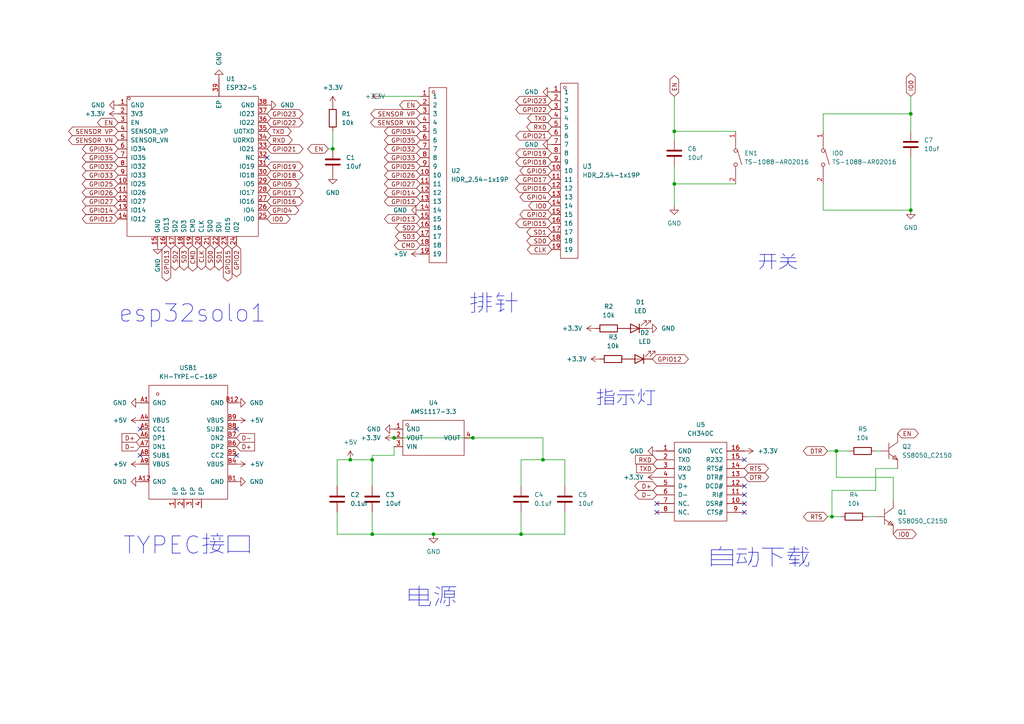
<source format=kicad_sch>
(kicad_sch (version 20211123) (generator eeschema)

  (uuid 9c1f278e-b24f-4b03-a5dc-6034003cbea2)

  (paper "A4")

  (lib_symbols
    (symbol "Device:C" (pin_numbers hide) (pin_names (offset 0.254)) (in_bom yes) (on_board yes)
      (property "Reference" "C" (id 0) (at 0.635 2.54 0)
        (effects (font (size 1.27 1.27)) (justify left))
      )
      (property "Value" "C" (id 1) (at 0.635 -2.54 0)
        (effects (font (size 1.27 1.27)) (justify left))
      )
      (property "Footprint" "" (id 2) (at 0.9652 -3.81 0)
        (effects (font (size 1.27 1.27)) hide)
      )
      (property "Datasheet" "~" (id 3) (at 0 0 0)
        (effects (font (size 1.27 1.27)) hide)
      )
      (property "ki_keywords" "cap capacitor" (id 4) (at 0 0 0)
        (effects (font (size 1.27 1.27)) hide)
      )
      (property "ki_description" "Unpolarized capacitor" (id 5) (at 0 0 0)
        (effects (font (size 1.27 1.27)) hide)
      )
      (property "ki_fp_filters" "C_*" (id 6) (at 0 0 0)
        (effects (font (size 1.27 1.27)) hide)
      )
      (symbol "C_0_1"
        (polyline
          (pts
            (xy -2.032 -0.762)
            (xy 2.032 -0.762)
          )
          (stroke (width 0.508) (type default) (color 0 0 0 0))
          (fill (type none))
        )
        (polyline
          (pts
            (xy -2.032 0.762)
            (xy 2.032 0.762)
          )
          (stroke (width 0.508) (type default) (color 0 0 0 0))
          (fill (type none))
        )
      )
      (symbol "C_1_1"
        (pin passive line (at 0 3.81 270) (length 2.794)
          (name "~" (effects (font (size 1.27 1.27))))
          (number "1" (effects (font (size 1.27 1.27))))
        )
        (pin passive line (at 0 -3.81 90) (length 2.794)
          (name "~" (effects (font (size 1.27 1.27))))
          (number "2" (effects (font (size 1.27 1.27))))
        )
      )
    )
    (symbol "Device:LED" (pin_numbers hide) (pin_names (offset 1.016) hide) (in_bom yes) (on_board yes)
      (property "Reference" "D" (id 0) (at 0 2.54 0)
        (effects (font (size 1.27 1.27)))
      )
      (property "Value" "LED" (id 1) (at 0 -2.54 0)
        (effects (font (size 1.27 1.27)))
      )
      (property "Footprint" "" (id 2) (at 0 0 0)
        (effects (font (size 1.27 1.27)) hide)
      )
      (property "Datasheet" "~" (id 3) (at 0 0 0)
        (effects (font (size 1.27 1.27)) hide)
      )
      (property "ki_keywords" "LED diode" (id 4) (at 0 0 0)
        (effects (font (size 1.27 1.27)) hide)
      )
      (property "ki_description" "Light emitting diode" (id 5) (at 0 0 0)
        (effects (font (size 1.27 1.27)) hide)
      )
      (property "ki_fp_filters" "LED* LED_SMD:* LED_THT:*" (id 6) (at 0 0 0)
        (effects (font (size 1.27 1.27)) hide)
      )
      (symbol "LED_0_1"
        (polyline
          (pts
            (xy -1.27 -1.27)
            (xy -1.27 1.27)
          )
          (stroke (width 0.254) (type default) (color 0 0 0 0))
          (fill (type none))
        )
        (polyline
          (pts
            (xy -1.27 0)
            (xy 1.27 0)
          )
          (stroke (width 0) (type default) (color 0 0 0 0))
          (fill (type none))
        )
        (polyline
          (pts
            (xy 1.27 -1.27)
            (xy 1.27 1.27)
            (xy -1.27 0)
            (xy 1.27 -1.27)
          )
          (stroke (width 0.254) (type default) (color 0 0 0 0))
          (fill (type none))
        )
        (polyline
          (pts
            (xy -3.048 -0.762)
            (xy -4.572 -2.286)
            (xy -3.81 -2.286)
            (xy -4.572 -2.286)
            (xy -4.572 -1.524)
          )
          (stroke (width 0) (type default) (color 0 0 0 0))
          (fill (type none))
        )
        (polyline
          (pts
            (xy -1.778 -0.762)
            (xy -3.302 -2.286)
            (xy -2.54 -2.286)
            (xy -3.302 -2.286)
            (xy -3.302 -1.524)
          )
          (stroke (width 0) (type default) (color 0 0 0 0))
          (fill (type none))
        )
      )
      (symbol "LED_1_1"
        (pin passive line (at -3.81 0 0) (length 2.54)
          (name "K" (effects (font (size 1.27 1.27))))
          (number "1" (effects (font (size 1.27 1.27))))
        )
        (pin passive line (at 3.81 0 180) (length 2.54)
          (name "A" (effects (font (size 1.27 1.27))))
          (number "2" (effects (font (size 1.27 1.27))))
        )
      )
    )
    (symbol "Device:R" (pin_numbers hide) (pin_names (offset 0)) (in_bom yes) (on_board yes)
      (property "Reference" "R" (id 0) (at 2.032 0 90)
        (effects (font (size 1.27 1.27)))
      )
      (property "Value" "R" (id 1) (at 0 0 90)
        (effects (font (size 1.27 1.27)))
      )
      (property "Footprint" "" (id 2) (at -1.778 0 90)
        (effects (font (size 1.27 1.27)) hide)
      )
      (property "Datasheet" "~" (id 3) (at 0 0 0)
        (effects (font (size 1.27 1.27)) hide)
      )
      (property "ki_keywords" "R res resistor" (id 4) (at 0 0 0)
        (effects (font (size 1.27 1.27)) hide)
      )
      (property "ki_description" "Resistor" (id 5) (at 0 0 0)
        (effects (font (size 1.27 1.27)) hide)
      )
      (property "ki_fp_filters" "R_*" (id 6) (at 0 0 0)
        (effects (font (size 1.27 1.27)) hide)
      )
      (symbol "R_0_1"
        (rectangle (start -1.016 -2.54) (end 1.016 2.54)
          (stroke (width 0.254) (type default) (color 0 0 0 0))
          (fill (type none))
        )
      )
      (symbol "R_1_1"
        (pin passive line (at 0 3.81 270) (length 1.27)
          (name "~" (effects (font (size 1.27 1.27))))
          (number "1" (effects (font (size 1.27 1.27))))
        )
        (pin passive line (at 0 -3.81 90) (length 1.27)
          (name "~" (effects (font (size 1.27 1.27))))
          (number "2" (effects (font (size 1.27 1.27))))
        )
      )
    )
    (symbol "kicad_lceda:AMS1117-3.3" (pin_names (offset 1.016)) (in_bom yes) (on_board yes)
      (property "Reference" "U" (id 0) (at 0 0 0)
        (effects (font (size 1.27 1.27)))
      )
      (property "Value" "AMS1117-3.3" (id 1) (at 0 0 0)
        (effects (font (size 1.27 1.27)))
      )
      (property "Footprint" "kicad_lceda:SOT-223-3_L6.5-W3.4-P2.30-LS7.0-BR" (id 2) (at 0 -2.54 0)
        (effects (font (size 1.27 1.27)) hide)
      )
      (property "Datasheet" "https://atta.szlcsc.com/upload/public/pdf/source/20180727/C6186_7A095716F0823C02F1997A905E26C086.pdf" (id 3) (at 0 2.54 0)
        (effects (font (size 1.27 1.27)) hide)
      )
      (property "SuppliersPartNumber" "C6186" (id 4) (at 0 7.62 0)
        (effects (font (size 1.27 1.27)) hide)
      )
      (property "uuid" "pro:06f50e10ab7d460599b3fe3ee8717a78" (id 5) (at 0 12.7 0)
        (effects (font (size 1.27 1.27)) hide)
      )
      (symbol "AMS1117-3.3_1_1"
        (rectangle (start -8.89 -5.08) (end 8.89 5.08)
          (stroke (width 0) (type default) (color 0 0 0 0))
          (fill (type none))
        )
        (circle (center -7.62 3.81) (radius 0.381)
          (stroke (width 0) (type default) (color 0 0 0 0))
          (fill (type none))
        )
        (pin input line (at -11.43 2.54 0) (length 2.54)
          (name "GND" (effects (font (size 1.27 1.27))))
          (number "1" (effects (font (size 1.27 1.27))))
        )
        (pin input line (at -11.43 0 0) (length 2.54)
          (name "VOUT" (effects (font (size 1.27 1.27))))
          (number "2" (effects (font (size 1.27 1.27))))
        )
        (pin input line (at -11.43 -2.54 0) (length 2.54)
          (name "VIN" (effects (font (size 1.27 1.27))))
          (number "3" (effects (font (size 1.27 1.27))))
        )
        (pin input line (at 11.43 0 180) (length 2.54)
          (name "VOUT" (effects (font (size 1.27 1.27))))
          (number "4" (effects (font (size 1.27 1.27))))
        )
      )
    )
    (symbol "kicad_lceda:CH340C" (pin_names (offset 1.016)) (in_bom yes) (on_board yes)
      (property "Reference" "U" (id 0) (at 0 0 0)
        (effects (font (size 1.27 1.27)))
      )
      (property "Value" "CH340C" (id 1) (at 0 0 0)
        (effects (font (size 1.27 1.27)))
      )
      (property "Footprint" "kicad_lceda:SOP-16_L10.0-W3.9-P1.27-LS6.0-BL" (id 2) (at 0 -8.89 0)
        (effects (font (size 1.27 1.27)) hide)
      )
      (property "Datasheet" "https://atta.szlcsc.com/upload/public/pdf/source/20200819/C84681_ADBED554CE321879DBD6B1D06488689C.pdf" (id 3) (at 0 -3.81 0)
        (effects (font (size 1.27 1.27)) hide)
      )
      (property "SuppliersPartNumber" "C84681" (id 4) (at 0 1.27 0)
        (effects (font (size 1.27 1.27)) hide)
      )
      (property "uuid" "pro:7ee12203ce22419bb02b8b8f01c8a92c" (id 5) (at 0 6.35 0)
        (effects (font (size 1.27 1.27)) hide)
      )
      (symbol "CH340C_1_1"
        (rectangle (start -7.62 -11.43) (end 7.62 11.43)
          (stroke (width 0) (type default) (color 0 0 0 0))
          (fill (type none))
        )
        (pin input line (at -12.7 8.89 0) (length 5.08)
          (name "GND" (effects (font (size 1.27 1.27))))
          (number "1" (effects (font (size 1.27 1.27))))
        )
        (pin input line (at 12.7 -6.35 180) (length 5.08)
          (name "DSR#" (effects (font (size 1.27 1.27))))
          (number "10" (effects (font (size 1.27 1.27))))
        )
        (pin input line (at 12.7 -3.81 180) (length 5.08)
          (name "RI#" (effects (font (size 1.27 1.27))))
          (number "11" (effects (font (size 1.27 1.27))))
        )
        (pin input line (at 12.7 -1.27 180) (length 5.08)
          (name "DCD#" (effects (font (size 1.27 1.27))))
          (number "12" (effects (font (size 1.27 1.27))))
        )
        (pin input line (at 12.7 1.27 180) (length 5.08)
          (name "DTR#" (effects (font (size 1.27 1.27))))
          (number "13" (effects (font (size 1.27 1.27))))
        )
        (pin input line (at 12.7 3.81 180) (length 5.08)
          (name "RTS#" (effects (font (size 1.27 1.27))))
          (number "14" (effects (font (size 1.27 1.27))))
        )
        (pin input line (at 12.7 6.35 180) (length 5.08)
          (name "R232" (effects (font (size 1.27 1.27))))
          (number "15" (effects (font (size 1.27 1.27))))
        )
        (pin input line (at 12.7 8.89 180) (length 5.08)
          (name "VCC" (effects (font (size 1.27 1.27))))
          (number "16" (effects (font (size 1.27 1.27))))
        )
        (pin input line (at -12.7 6.35 0) (length 5.08)
          (name "TXD" (effects (font (size 1.27 1.27))))
          (number "2" (effects (font (size 1.27 1.27))))
        )
        (pin input line (at -12.7 3.81 0) (length 5.08)
          (name "RXD" (effects (font (size 1.27 1.27))))
          (number "3" (effects (font (size 1.27 1.27))))
        )
        (pin input line (at -12.7 1.27 0) (length 5.08)
          (name "V3" (effects (font (size 1.27 1.27))))
          (number "4" (effects (font (size 1.27 1.27))))
        )
        (pin input line (at -12.7 -1.27 0) (length 5.08)
          (name "D+" (effects (font (size 1.27 1.27))))
          (number "5" (effects (font (size 1.27 1.27))))
        )
        (pin input line (at -12.7 -3.81 0) (length 5.08)
          (name "D-" (effects (font (size 1.27 1.27))))
          (number "6" (effects (font (size 1.27 1.27))))
        )
        (pin input line (at -12.7 -6.35 0) (length 5.08)
          (name "NC." (effects (font (size 1.27 1.27))))
          (number "7" (effects (font (size 1.27 1.27))))
        )
        (pin input line (at -12.7 -8.89 0) (length 5.08)
          (name "NC." (effects (font (size 1.27 1.27))))
          (number "8" (effects (font (size 1.27 1.27))))
        )
        (pin input line (at 12.7 -8.89 180) (length 5.08)
          (name "CTS#" (effects (font (size 1.27 1.27))))
          (number "9" (effects (font (size 1.27 1.27))))
        )
      )
    )
    (symbol "kicad_lceda:ESP32-S" (pin_names (offset 1.016)) (in_bom yes) (on_board yes)
      (property "Reference" "U" (id 0) (at 0 0 0)
        (effects (font (size 1.27 1.27)))
      )
      (property "Value" "ESP32-S" (id 1) (at 0 0 0)
        (effects (font (size 1.27 1.27)))
      )
      (property "Footprint" "kicad_lceda:WIRELM-SMD_ESP32-S" (id 2) (at 0 -12.7 0)
        (effects (font (size 1.27 1.27)) hide)
      )
      (property "Datasheet" "https://atta.szlcsc.com/upload/public/pdf/source/20180906/C277944_74A290DBC2785A9356A78158C15DB62B.pdf" (id 3) (at 0 -7.62 0)
        (effects (font (size 1.27 1.27)) hide)
      )
      (property "SuppliersPartNumber" "C277944" (id 4) (at 0 -2.54 0)
        (effects (font (size 1.27 1.27)) hide)
      )
      (property "uuid" "pro:6872ee2588ce436fb7129f9f350a2436" (id 5) (at 0 2.54 0)
        (effects (font (size 1.27 1.27)) hide)
      )
      (symbol "ESP32-S_1_1"
        (rectangle (start -19.05 -15.24) (end 19.05 25.4)
          (stroke (width 0) (type default) (color 0 0 0 0))
          (fill (type none))
        )
        (circle (center -18.415 24.765) (radius 0.381)
          (stroke (width 0) (type default) (color 0 0 0 0))
          (fill (type none))
        )
        (pin input line (at -21.59 22.86 0) (length 2.54)
          (name "GND" (effects (font (size 1.27 1.27))))
          (number "1" (effects (font (size 1.27 1.27))))
        )
        (pin input line (at -21.59 0 0) (length 2.54)
          (name "IO25" (effects (font (size 1.27 1.27))))
          (number "10" (effects (font (size 1.27 1.27))))
        )
        (pin input line (at -21.59 -2.54 0) (length 2.54)
          (name "IO26" (effects (font (size 1.27 1.27))))
          (number "11" (effects (font (size 1.27 1.27))))
        )
        (pin input line (at -21.59 -5.08 0) (length 2.54)
          (name "IO27" (effects (font (size 1.27 1.27))))
          (number "12" (effects (font (size 1.27 1.27))))
        )
        (pin input line (at -21.59 -7.62 0) (length 2.54)
          (name "IO14" (effects (font (size 1.27 1.27))))
          (number "13" (effects (font (size 1.27 1.27))))
        )
        (pin input line (at -21.59 -10.16 0) (length 2.54)
          (name "IO12" (effects (font (size 1.27 1.27))))
          (number "14" (effects (font (size 1.27 1.27))))
        )
        (pin input line (at -10.16 -17.78 90) (length 2.54)
          (name "GND" (effects (font (size 1.27 1.27))))
          (number "15" (effects (font (size 1.27 1.27))))
        )
        (pin input line (at -7.62 -17.78 90) (length 2.54)
          (name "IO13" (effects (font (size 1.27 1.27))))
          (number "16" (effects (font (size 1.27 1.27))))
        )
        (pin input line (at -5.08 -17.78 90) (length 2.54)
          (name "SD2" (effects (font (size 1.27 1.27))))
          (number "17" (effects (font (size 1.27 1.27))))
        )
        (pin input line (at -2.54 -17.78 90) (length 2.54)
          (name "SD3" (effects (font (size 1.27 1.27))))
          (number "18" (effects (font (size 1.27 1.27))))
        )
        (pin input line (at 0 -17.78 90) (length 2.54)
          (name "CMD" (effects (font (size 1.27 1.27))))
          (number "19" (effects (font (size 1.27 1.27))))
        )
        (pin input line (at -21.59 20.32 0) (length 2.54)
          (name "3V3" (effects (font (size 1.27 1.27))))
          (number "2" (effects (font (size 1.27 1.27))))
        )
        (pin input line (at 2.54 -17.78 90) (length 2.54)
          (name "CLK" (effects (font (size 1.27 1.27))))
          (number "20" (effects (font (size 1.27 1.27))))
        )
        (pin input line (at 5.08 -17.78 90) (length 2.54)
          (name "SDO" (effects (font (size 1.27 1.27))))
          (number "21" (effects (font (size 1.27 1.27))))
        )
        (pin input line (at 7.62 -17.78 90) (length 2.54)
          (name "SDI" (effects (font (size 1.27 1.27))))
          (number "22" (effects (font (size 1.27 1.27))))
        )
        (pin input line (at 10.16 -17.78 90) (length 2.54)
          (name "IO15" (effects (font (size 1.27 1.27))))
          (number "23" (effects (font (size 1.27 1.27))))
        )
        (pin input line (at 12.7 -17.78 90) (length 2.54)
          (name "IO2" (effects (font (size 1.27 1.27))))
          (number "24" (effects (font (size 1.27 1.27))))
        )
        (pin input line (at 21.59 -10.16 180) (length 2.54)
          (name "IO0" (effects (font (size 1.27 1.27))))
          (number "25" (effects (font (size 1.27 1.27))))
        )
        (pin input line (at 21.59 -7.62 180) (length 2.54)
          (name "IO4" (effects (font (size 1.27 1.27))))
          (number "26" (effects (font (size 1.27 1.27))))
        )
        (pin input line (at 21.59 -5.08 180) (length 2.54)
          (name "IO16" (effects (font (size 1.27 1.27))))
          (number "27" (effects (font (size 1.27 1.27))))
        )
        (pin input line (at 21.59 -2.54 180) (length 2.54)
          (name "IO17" (effects (font (size 1.27 1.27))))
          (number "28" (effects (font (size 1.27 1.27))))
        )
        (pin input line (at 21.59 0 180) (length 2.54)
          (name "IO5" (effects (font (size 1.27 1.27))))
          (number "29" (effects (font (size 1.27 1.27))))
        )
        (pin input line (at -21.59 17.78 0) (length 2.54)
          (name "EN" (effects (font (size 1.27 1.27))))
          (number "3" (effects (font (size 1.27 1.27))))
        )
        (pin input line (at 21.59 2.54 180) (length 2.54)
          (name "IO18" (effects (font (size 1.27 1.27))))
          (number "30" (effects (font (size 1.27 1.27))))
        )
        (pin input line (at 21.59 5.08 180) (length 2.54)
          (name "IO19" (effects (font (size 1.27 1.27))))
          (number "31" (effects (font (size 1.27 1.27))))
        )
        (pin input line (at 21.59 7.62 180) (length 2.54)
          (name "NC" (effects (font (size 1.27 1.27))))
          (number "32" (effects (font (size 1.27 1.27))))
        )
        (pin input line (at 21.59 10.16 180) (length 2.54)
          (name "IO21" (effects (font (size 1.27 1.27))))
          (number "33" (effects (font (size 1.27 1.27))))
        )
        (pin input line (at 21.59 12.7 180) (length 2.54)
          (name "U0RXD" (effects (font (size 1.27 1.27))))
          (number "34" (effects (font (size 1.27 1.27))))
        )
        (pin input line (at 21.59 15.24 180) (length 2.54)
          (name "U0TXD" (effects (font (size 1.27 1.27))))
          (number "35" (effects (font (size 1.27 1.27))))
        )
        (pin input line (at 21.59 17.78 180) (length 2.54)
          (name "IO22" (effects (font (size 1.27 1.27))))
          (number "36" (effects (font (size 1.27 1.27))))
        )
        (pin input line (at 21.59 20.32 180) (length 2.54)
          (name "IO23" (effects (font (size 1.27 1.27))))
          (number "37" (effects (font (size 1.27 1.27))))
        )
        (pin input line (at 21.59 22.86 180) (length 2.54)
          (name "GND" (effects (font (size 1.27 1.27))))
          (number "38" (effects (font (size 1.27 1.27))))
        )
        (pin input line (at 7.62 30.48 270) (length 5.08)
          (name "EP" (effects (font (size 1.27 1.27))))
          (number "39" (effects (font (size 1.27 1.27))))
        )
        (pin input line (at -21.59 15.24 0) (length 2.54)
          (name "SENSOR_VP" (effects (font (size 1.27 1.27))))
          (number "4" (effects (font (size 1.27 1.27))))
        )
        (pin input line (at -21.59 12.7 0) (length 2.54)
          (name "SENSOR_VN" (effects (font (size 1.27 1.27))))
          (number "5" (effects (font (size 1.27 1.27))))
        )
        (pin input line (at -21.59 10.16 0) (length 2.54)
          (name "IO34" (effects (font (size 1.27 1.27))))
          (number "6" (effects (font (size 1.27 1.27))))
        )
        (pin input line (at -21.59 7.62 0) (length 2.54)
          (name "IO35" (effects (font (size 1.27 1.27))))
          (number "7" (effects (font (size 1.27 1.27))))
        )
        (pin input line (at -21.59 5.08 0) (length 2.54)
          (name "IO32" (effects (font (size 1.27 1.27))))
          (number "8" (effects (font (size 1.27 1.27))))
        )
        (pin input line (at -21.59 2.54 0) (length 2.54)
          (name "IO33" (effects (font (size 1.27 1.27))))
          (number "9" (effects (font (size 1.27 1.27))))
        )
      )
    )
    (symbol "kicad_lceda:HDR_2.54-1x19P" (pin_names (offset 1.016)) (in_bom yes) (on_board yes)
      (property "Reference" "U" (id 0) (at 0 0 0)
        (effects (font (size 1.27 1.27)))
      )
      (property "Value" "HDR_2.54-1x19P" (id 1) (at 0 0 0)
        (effects (font (size 1.27 1.27)))
      )
      (property "Footprint" "kicad_lceda:HDR-TH_19P-P2.54-V-M" (id 2) (at 0 2.54 0)
        (effects (font (size 1.27 1.27)) hide)
      )
      (property "Datasheet" "" (id 3) (at 0 7.62 0)
        (effects (font (size 1.27 1.27)) hide)
      )
      (property "SuppliersPartNumber" "C725951" (id 4) (at 0 12.7 0)
        (effects (font (size 1.27 1.27)) hide)
      )
      (property "uuid" "pro:2b954d8c60894abd9cadde04a719512d" (id 5) (at 0 17.78 0)
        (effects (font (size 1.27 1.27)) hide)
      )
      (symbol "HDR_2.54-1x19P_1_1"
        (rectangle (start -1.27 25.4) (end 3.81 -25.4)
          (stroke (width 0) (type default) (color 0 0 0 0))
          (fill (type none))
        )
        (circle (center 0 24.13) (radius 0.381)
          (stroke (width 0) (type default) (color 0 0 0 0))
          (fill (type none))
        )
        (pin input line (at -3.81 22.86 0) (length 2.54)
          (name "1" (effects (font (size 1.27 1.27))))
          (number "1" (effects (font (size 1.27 1.27))))
        )
        (pin input line (at -3.81 0 0) (length 2.54)
          (name "10" (effects (font (size 1.27 1.27))))
          (number "10" (effects (font (size 1.27 1.27))))
        )
        (pin input line (at -3.81 -2.54 0) (length 2.54)
          (name "11" (effects (font (size 1.27 1.27))))
          (number "11" (effects (font (size 1.27 1.27))))
        )
        (pin input line (at -3.81 -5.08 0) (length 2.54)
          (name "12" (effects (font (size 1.27 1.27))))
          (number "12" (effects (font (size 1.27 1.27))))
        )
        (pin input line (at -3.81 -7.62 0) (length 2.54)
          (name "13" (effects (font (size 1.27 1.27))))
          (number "13" (effects (font (size 1.27 1.27))))
        )
        (pin input line (at -3.81 -10.16 0) (length 2.54)
          (name "14" (effects (font (size 1.27 1.27))))
          (number "14" (effects (font (size 1.27 1.27))))
        )
        (pin input line (at -3.81 -12.7 0) (length 2.54)
          (name "15" (effects (font (size 1.27 1.27))))
          (number "15" (effects (font (size 1.27 1.27))))
        )
        (pin input line (at -3.81 -15.24 0) (length 2.54)
          (name "16" (effects (font (size 1.27 1.27))))
          (number "16" (effects (font (size 1.27 1.27))))
        )
        (pin input line (at -3.81 -17.78 0) (length 2.54)
          (name "17" (effects (font (size 1.27 1.27))))
          (number "17" (effects (font (size 1.27 1.27))))
        )
        (pin input line (at -3.81 -20.32 0) (length 2.54)
          (name "18" (effects (font (size 1.27 1.27))))
          (number "18" (effects (font (size 1.27 1.27))))
        )
        (pin input line (at -3.81 -22.86 0) (length 2.54)
          (name "19" (effects (font (size 1.27 1.27))))
          (number "19" (effects (font (size 1.27 1.27))))
        )
        (pin input line (at -3.81 20.32 0) (length 2.54)
          (name "2" (effects (font (size 1.27 1.27))))
          (number "2" (effects (font (size 1.27 1.27))))
        )
        (pin input line (at -3.81 17.78 0) (length 2.54)
          (name "3" (effects (font (size 1.27 1.27))))
          (number "3" (effects (font (size 1.27 1.27))))
        )
        (pin input line (at -3.81 15.24 0) (length 2.54)
          (name "4" (effects (font (size 1.27 1.27))))
          (number "4" (effects (font (size 1.27 1.27))))
        )
        (pin input line (at -3.81 12.7 0) (length 2.54)
          (name "5" (effects (font (size 1.27 1.27))))
          (number "5" (effects (font (size 1.27 1.27))))
        )
        (pin input line (at -3.81 10.16 0) (length 2.54)
          (name "6" (effects (font (size 1.27 1.27))))
          (number "6" (effects (font (size 1.27 1.27))))
        )
        (pin input line (at -3.81 7.62 0) (length 2.54)
          (name "7" (effects (font (size 1.27 1.27))))
          (number "7" (effects (font (size 1.27 1.27))))
        )
        (pin input line (at -3.81 5.08 0) (length 2.54)
          (name "8" (effects (font (size 1.27 1.27))))
          (number "8" (effects (font (size 1.27 1.27))))
        )
        (pin input line (at -3.81 2.54 0) (length 2.54)
          (name "9" (effects (font (size 1.27 1.27))))
          (number "9" (effects (font (size 1.27 1.27))))
        )
      )
    )
    (symbol "kicad_lceda:KH-TYPE-C-16P" (pin_names (offset 1.016)) (in_bom yes) (on_board yes)
      (property "Reference" "USB" (id 0) (at 0 0 0)
        (effects (font (size 1.27 1.27)))
      )
      (property "Value" "KH-TYPE-C-16P" (id 1) (at 0 0 0)
        (effects (font (size 1.27 1.27)))
      )
      (property "Footprint" "kicad_lceda:USB-C-SMD_KH-TYPE-C-16P" (id 2) (at 0 -12.7 0)
        (effects (font (size 1.27 1.27)) hide)
      )
      (property "Datasheet" "https://atta.szlcsc.com/upload/public/pdf/source/20200911/C709357_AA8DCEB38BB20E3035A7ED7AE7667837.pdf" (id 3) (at 0 -7.62 0)
        (effects (font (size 1.27 1.27)) hide)
      )
      (property "SuppliersPartNumber" "C709357" (id 4) (at 0 -2.54 0)
        (effects (font (size 1.27 1.27)) hide)
      )
      (property "uuid" "pro:8f69ea6bc4ec46f6906c1bd050f318de" (id 5) (at 0 2.54 0)
        (effects (font (size 1.27 1.27)) hide)
      )
      (symbol "KH-TYPE-C-16P_1_1"
        (rectangle (start -12.7 -15.24) (end 10.16 17.78)
          (stroke (width 0) (type default) (color 0 0 0 0))
          (fill (type none))
        )
        (circle (center -10.16 15.24) (radius 0.381)
          (stroke (width 0) (type default) (color 0 0 0 0))
          (fill (type none))
        )
        (pin input line (at -5.08 -17.78 90) (length 2.54)
          (name "EP" (effects (font (size 1.27 1.27))))
          (number "1" (effects (font (size 1.27 1.27))))
        )
        (pin input line (at -2.54 -17.78 90) (length 2.54)
          (name "EP" (effects (font (size 1.27 1.27))))
          (number "2" (effects (font (size 1.27 1.27))))
        )
        (pin input line (at 0 -17.78 90) (length 2.54)
          (name "EP" (effects (font (size 1.27 1.27))))
          (number "3" (effects (font (size 1.27 1.27))))
        )
        (pin input line (at 2.54 -17.78 90) (length 2.54)
          (name "EP" (effects (font (size 1.27 1.27))))
          (number "4" (effects (font (size 1.27 1.27))))
        )
        (pin input line (at -15.24 12.7 0) (length 2.54)
          (name "GND" (effects (font (size 1.27 1.27))))
          (number "A1" (effects (font (size 1.27 1.27))))
        )
        (pin input line (at -15.24 -10.16 0) (length 2.54)
          (name "GND" (effects (font (size 1.27 1.27))))
          (number "A12" (effects (font (size 1.27 1.27))))
        )
        (pin input line (at -15.24 7.62 0) (length 2.54)
          (name "VBUS" (effects (font (size 1.27 1.27))))
          (number "A4" (effects (font (size 1.27 1.27))))
        )
        (pin input line (at -15.24 5.08 0) (length 2.54)
          (name "CC1" (effects (font (size 1.27 1.27))))
          (number "A5" (effects (font (size 1.27 1.27))))
        )
        (pin input line (at -15.24 2.54 0) (length 2.54)
          (name "DP1" (effects (font (size 1.27 1.27))))
          (number "A6" (effects (font (size 1.27 1.27))))
        )
        (pin input line (at -15.24 0 0) (length 2.54)
          (name "DN1" (effects (font (size 1.27 1.27))))
          (number "A7" (effects (font (size 1.27 1.27))))
        )
        (pin input line (at -15.24 -2.54 0) (length 2.54)
          (name "SUB1" (effects (font (size 1.27 1.27))))
          (number "A8" (effects (font (size 1.27 1.27))))
        )
        (pin input line (at -15.24 -5.08 0) (length 2.54)
          (name "VBUS" (effects (font (size 1.27 1.27))))
          (number "A9" (effects (font (size 1.27 1.27))))
        )
        (pin input line (at 12.7 -10.16 180) (length 2.54)
          (name "GND" (effects (font (size 1.27 1.27))))
          (number "B1" (effects (font (size 1.27 1.27))))
        )
        (pin input line (at 12.7 12.7 180) (length 2.54)
          (name "GND" (effects (font (size 1.27 1.27))))
          (number "B12" (effects (font (size 1.27 1.27))))
        )
        (pin input line (at 12.7 -5.08 180) (length 2.54)
          (name "VBUS" (effects (font (size 1.27 1.27))))
          (number "B4" (effects (font (size 1.27 1.27))))
        )
        (pin input line (at 12.7 -2.54 180) (length 2.54)
          (name "CC2" (effects (font (size 1.27 1.27))))
          (number "B5" (effects (font (size 1.27 1.27))))
        )
        (pin input line (at 12.7 0 180) (length 2.54)
          (name "DP2" (effects (font (size 1.27 1.27))))
          (number "B6" (effects (font (size 1.27 1.27))))
        )
        (pin input line (at 12.7 2.54 180) (length 2.54)
          (name "DN2" (effects (font (size 1.27 1.27))))
          (number "B7" (effects (font (size 1.27 1.27))))
        )
        (pin input line (at 12.7 5.08 180) (length 2.54)
          (name "SUB2" (effects (font (size 1.27 1.27))))
          (number "B8" (effects (font (size 1.27 1.27))))
        )
        (pin input line (at 12.7 7.62 180) (length 2.54)
          (name "VBUS" (effects (font (size 1.27 1.27))))
          (number "B9" (effects (font (size 1.27 1.27))))
        )
      )
    )
    (symbol "kicad_lceda:SS8050_C2150" (pin_numbers hide) (pin_names (offset 1.016) hide) (in_bom yes) (on_board yes)
      (property "Reference" "Q" (id 0) (at 0 0 0)
        (effects (font (size 1.27 1.27)))
      )
      (property "Value" "SS8050_C2150" (id 1) (at 0 0 0)
        (effects (font (size 1.27 1.27)))
      )
      (property "Footprint" "kicad_lceda:SOT-23-3_L2.9-W1.3-P1.90-LS2.4-BR" (id 2) (at 0 -0.127 0)
        (effects (font (size 1.27 1.27)) hide)
      )
      (property "Datasheet" "https://atta.szlcsc.com/upload/public/pdf/source/20140809/1457707209319.pdf" (id 3) (at 0 4.953 0)
        (effects (font (size 1.27 1.27)) hide)
      )
      (property "SuppliersPartNumber" "C2150" (id 4) (at 0 10.033 0)
        (effects (font (size 1.27 1.27)) hide)
      )
      (property "uuid" "pro:2874ee46922247108793bafd6fc342e7" (id 5) (at 0 15.113 0)
        (effects (font (size 1.27 1.27)) hide)
      )
      (symbol "SS8050_C2150_1_1"
        (polyline
          (pts
            (xy -2.54 -0.762)
            (xy 0 -2.54)
          )
          (stroke (width 0) (type default) (color 0 0 0 0))
          (fill (type none))
        )
        (polyline
          (pts
            (xy -2.54 2.286)
            (xy -2.54 -2.286)
          )
          (stroke (width 0) (type default) (color 0 0 0 0))
          (fill (type none))
        )
        (polyline
          (pts
            (xy 0 2.54)
            (xy -2.54 0.762)
          )
          (stroke (width 0) (type default) (color 0 0 0 0))
          (fill (type none))
        )
        (polyline
          (pts
            (xy 0 -2.54)
            (xy -0.762 -1.27)
            (xy -0.762 -1.27)
            (xy -1.524 -2.286)
            (xy -1.524 -2.286)
            (xy 0 -2.54)
          )
          (stroke (width 0) (type default) (color 0 0 0 0))
          (fill (type none))
        )
        (pin input line (at -5.08 0 0) (length 2.54)
          (name "B" (effects (font (size 1.27 1.27))))
          (number "1" (effects (font (size 1.27 1.27))))
        )
        (pin input line (at 0 -5.08 90) (length 2.54)
          (name "E" (effects (font (size 1.27 1.27))))
          (number "2" (effects (font (size 1.27 1.27))))
        )
        (pin input line (at 0 5.08 270) (length 2.54)
          (name "C" (effects (font (size 1.27 1.27))))
          (number "3" (effects (font (size 1.27 1.27))))
        )
      )
    )
    (symbol "kicad_lceda:TS-1088-AR02016" (pin_names (offset 1.016) hide) (in_bom yes) (on_board yes)
      (property "Reference" "SW" (id 0) (at 0 0 0)
        (effects (font (size 1.27 1.27)))
      )
      (property "Value" "TS-1088-AR02016" (id 1) (at 0 0 0)
        (effects (font (size 1.27 1.27)))
      )
      (property "Footprint" "kicad_lceda:SW-SMD_L4.0-W2.9-LS5.0" (id 2) (at 0 2.159 0)
        (effects (font (size 1.27 1.27)) hide)
      )
      (property "Datasheet" "https://atta.szlcsc.com/upload/public/pdf/source/20200810/C720475_60D09DD6C54279ADDB2DC25100F1CC11.pdf" (id 3) (at 0 7.239 0)
        (effects (font (size 1.27 1.27)) hide)
      )
      (property "SuppliersPartNumber" "C720477" (id 4) (at 0 12.319 0)
        (effects (font (size 1.27 1.27)) hide)
      )
      (property "uuid" "pro:723b3d91764742c3ad562eb3efe239b7" (id 5) (at 0 17.399 0)
        (effects (font (size 1.27 1.27)) hide)
      )
      (symbol "TS-1088-AR02016_1_1"
        (circle (center -2.032 0) (radius 0.508)
          (stroke (width 0) (type default) (color 0 0 0 0))
          (fill (type none))
        )
        (polyline
          (pts
            (xy -5.08 0)
            (xy -2.54 0)
          )
          (stroke (width 0) (type default) (color 0 0 0 0))
          (fill (type none))
        )
        (polyline
          (pts
            (xy -2.286 0.508)
            (xy 2.032 1.778)
          )
          (stroke (width 0) (type default) (color 0 0 0 0))
          (fill (type none))
        )
        (polyline
          (pts
            (xy 5.08 0)
            (xy 2.54 0)
          )
          (stroke (width 0) (type default) (color 0 0 0 0))
          (fill (type none))
        )
        (circle (center 2.032 0) (radius 0.508)
          (stroke (width 0) (type default) (color 0 0 0 0))
          (fill (type none))
        )
        (pin input line (at -7.62 0 0) (length 2.54)
          (name "1" (effects (font (size 1.27 1.27))))
          (number "1" (effects (font (size 1.27 1.27))))
        )
        (pin input line (at 7.62 0 180) (length 2.54)
          (name "2" (effects (font (size 1.27 1.27))))
          (number "2" (effects (font (size 1.27 1.27))))
        )
      )
    )
    (symbol "power:+3.3V" (power) (pin_names (offset 0)) (in_bom yes) (on_board yes)
      (property "Reference" "#PWR" (id 0) (at 0 -3.81 0)
        (effects (font (size 1.27 1.27)) hide)
      )
      (property "Value" "+3.3V" (id 1) (at 0 3.556 0)
        (effects (font (size 1.27 1.27)))
      )
      (property "Footprint" "" (id 2) (at 0 0 0)
        (effects (font (size 1.27 1.27)) hide)
      )
      (property "Datasheet" "" (id 3) (at 0 0 0)
        (effects (font (size 1.27 1.27)) hide)
      )
      (property "ki_keywords" "power-flag" (id 4) (at 0 0 0)
        (effects (font (size 1.27 1.27)) hide)
      )
      (property "ki_description" "Power symbol creates a global label with name \"+3.3V\"" (id 5) (at 0 0 0)
        (effects (font (size 1.27 1.27)) hide)
      )
      (symbol "+3.3V_0_1"
        (polyline
          (pts
            (xy -0.762 1.27)
            (xy 0 2.54)
          )
          (stroke (width 0) (type default) (color 0 0 0 0))
          (fill (type none))
        )
        (polyline
          (pts
            (xy 0 0)
            (xy 0 2.54)
          )
          (stroke (width 0) (type default) (color 0 0 0 0))
          (fill (type none))
        )
        (polyline
          (pts
            (xy 0 2.54)
            (xy 0.762 1.27)
          )
          (stroke (width 0) (type default) (color 0 0 0 0))
          (fill (type none))
        )
      )
      (symbol "+3.3V_1_1"
        (pin power_in line (at 0 0 90) (length 0) hide
          (name "+3.3V" (effects (font (size 1.27 1.27))))
          (number "1" (effects (font (size 1.27 1.27))))
        )
      )
    )
    (symbol "power:+5V" (power) (pin_names (offset 0)) (in_bom yes) (on_board yes)
      (property "Reference" "#PWR" (id 0) (at 0 -3.81 0)
        (effects (font (size 1.27 1.27)) hide)
      )
      (property "Value" "+5V" (id 1) (at 0 3.556 0)
        (effects (font (size 1.27 1.27)))
      )
      (property "Footprint" "" (id 2) (at 0 0 0)
        (effects (font (size 1.27 1.27)) hide)
      )
      (property "Datasheet" "" (id 3) (at 0 0 0)
        (effects (font (size 1.27 1.27)) hide)
      )
      (property "ki_keywords" "power-flag" (id 4) (at 0 0 0)
        (effects (font (size 1.27 1.27)) hide)
      )
      (property "ki_description" "Power symbol creates a global label with name \"+5V\"" (id 5) (at 0 0 0)
        (effects (font (size 1.27 1.27)) hide)
      )
      (symbol "+5V_0_1"
        (polyline
          (pts
            (xy -0.762 1.27)
            (xy 0 2.54)
          )
          (stroke (width 0) (type default) (color 0 0 0 0))
          (fill (type none))
        )
        (polyline
          (pts
            (xy 0 0)
            (xy 0 2.54)
          )
          (stroke (width 0) (type default) (color 0 0 0 0))
          (fill (type none))
        )
        (polyline
          (pts
            (xy 0 2.54)
            (xy 0.762 1.27)
          )
          (stroke (width 0) (type default) (color 0 0 0 0))
          (fill (type none))
        )
      )
      (symbol "+5V_1_1"
        (pin power_in line (at 0 0 90) (length 0) hide
          (name "+5V" (effects (font (size 1.27 1.27))))
          (number "1" (effects (font (size 1.27 1.27))))
        )
      )
    )
    (symbol "power:GND" (power) (pin_names (offset 0)) (in_bom yes) (on_board yes)
      (property "Reference" "#PWR" (id 0) (at 0 -6.35 0)
        (effects (font (size 1.27 1.27)) hide)
      )
      (property "Value" "GND" (id 1) (at 0 -3.81 0)
        (effects (font (size 1.27 1.27)))
      )
      (property "Footprint" "" (id 2) (at 0 0 0)
        (effects (font (size 1.27 1.27)) hide)
      )
      (property "Datasheet" "" (id 3) (at 0 0 0)
        (effects (font (size 1.27 1.27)) hide)
      )
      (property "ki_keywords" "power-flag" (id 4) (at 0 0 0)
        (effects (font (size 1.27 1.27)) hide)
      )
      (property "ki_description" "Power symbol creates a global label with name \"GND\" , ground" (id 5) (at 0 0 0)
        (effects (font (size 1.27 1.27)) hide)
      )
      (symbol "GND_0_1"
        (polyline
          (pts
            (xy 0 0)
            (xy 0 -1.27)
            (xy 1.27 -1.27)
            (xy 0 -2.54)
            (xy -1.27 -1.27)
            (xy 0 -1.27)
          )
          (stroke (width 0) (type default) (color 0 0 0 0))
          (fill (type none))
        )
      )
      (symbol "GND_1_1"
        (pin power_in line (at 0 0 270) (length 0) hide
          (name "GND" (effects (font (size 1.27 1.27))))
          (number "1" (effects (font (size 1.27 1.27))))
        )
      )
    )
  )

  (junction (at 195.58 38.1) (diameter 0) (color 0 0 0 0)
    (uuid 17a002ae-faf3-44ad-ba78-35f770af186a)
  )
  (junction (at 107.95 133.35) (diameter 0) (color 0 0 0 0)
    (uuid 1bd86afc-63f0-4325-a5ff-65541a7abb11)
  )
  (junction (at 242.57 130.81) (diameter 0) (color 0 0 0 0)
    (uuid 2a334fde-784d-4fa1-b253-eb316e3db992)
  )
  (junction (at 241.3 149.86) (diameter 0) (color 0 0 0 0)
    (uuid 3676d8b2-ae03-48cc-892b-f297a7d6b39b)
  )
  (junction (at 151.13 154.94) (diameter 0) (color 0 0 0 0)
    (uuid 3b0ac336-5644-4a67-9bf6-217c51892a89)
  )
  (junction (at 264.16 60.96) (diameter 0) (color 0 0 0 0)
    (uuid 725d4237-0f26-44af-9892-2e1b28c483a5)
  )
  (junction (at 114.3 127) (diameter 0) (color 0 0 0 0)
    (uuid 7c958298-f2cf-407c-bd6a-b11185bb07d2)
  )
  (junction (at 101.6 133.35) (diameter 0) (color 0 0 0 0)
    (uuid 80124fad-ca2d-4ee0-95f2-761910855cb3)
  )
  (junction (at 96.52 43.18) (diameter 0) (color 0 0 0 0)
    (uuid a34f1d3b-e8fe-4384-9cb8-75d7dbc7f22e)
  )
  (junction (at 107.95 154.94) (diameter 0) (color 0 0 0 0)
    (uuid ba5ba1e8-9ab0-4ee9-ae76-e0715957269e)
  )
  (junction (at 137.16 127) (diameter 0) (color 0 0 0 0)
    (uuid c5ef8201-44f2-4c68-9b02-3ef697a76757)
  )
  (junction (at 195.58 53.34) (diameter 0) (color 0 0 0 0)
    (uuid d17f56ef-7e4a-4a50-bda1-ed83c93893e1)
  )
  (junction (at 125.73 154.94) (diameter 0) (color 0 0 0 0)
    (uuid edbc2548-2ac6-4453-9ca7-05ccd62a00f9)
  )
  (junction (at 264.16 33.02) (diameter 0) (color 0 0 0 0)
    (uuid ef2fc9fe-9a2d-48fa-b220-bc3aa20bff4c)
  )
  (junction (at 157.48 133.35) (diameter 0) (color 0 0 0 0)
    (uuid f789505c-f9e3-4878-859c-6f60478265d5)
  )

  (no_connect (at 77.47 45.72) (uuid 0d24a97f-7c46-4802-b3dd-038c84e7e6dc))
  (no_connect (at 190.5 146.05) (uuid 2557b625-2008-474f-b5d0-0d7f0c4b50ec))
  (no_connect (at 190.5 148.59) (uuid 2557b625-2008-474f-b5d0-0d7f0c4b50ed))
  (no_connect (at 215.9 140.97) (uuid 2557b625-2008-474f-b5d0-0d7f0c4b50ee))
  (no_connect (at 215.9 143.51) (uuid 2557b625-2008-474f-b5d0-0d7f0c4b50ef))
  (no_connect (at 215.9 146.05) (uuid 2557b625-2008-474f-b5d0-0d7f0c4b50f0))
  (no_connect (at 215.9 148.59) (uuid 2557b625-2008-474f-b5d0-0d7f0c4b50f1))
  (no_connect (at 215.9 133.35) (uuid 2557b625-2008-474f-b5d0-0d7f0c4b50f2))
  (no_connect (at 40.64 132.08) (uuid c0d19736-0ef3-4ed4-9a2d-05b71f98e881))
  (no_connect (at 40.64 124.46) (uuid c0d19736-0ef3-4ed4-9a2d-05b71f98e882))
  (no_connect (at 68.58 124.46) (uuid c0d19736-0ef3-4ed4-9a2d-05b71f98e883))
  (no_connect (at 68.58 132.08) (uuid c0d19736-0ef3-4ed4-9a2d-05b71f98e884))

  (wire (pts (xy 151.13 133.35) (xy 157.48 133.35))
    (stroke (width 0) (type default) (color 0 0 0 0))
    (uuid 0032f977-4717-4a52-823a-de233e9acda4)
  )
  (wire (pts (xy 241.3 149.86) (xy 243.84 149.86))
    (stroke (width 0) (type default) (color 0 0 0 0))
    (uuid 05815913-0f35-4666-9718-31a92b7ab4d7)
  )
  (wire (pts (xy 264.16 27.94) (xy 264.16 33.02))
    (stroke (width 0) (type default) (color 0 0 0 0))
    (uuid 06ae55ab-532b-4b7f-996c-f44ef3c5cf3d)
  )
  (wire (pts (xy 107.95 133.35) (xy 107.95 140.97))
    (stroke (width 0) (type default) (color 0 0 0 0))
    (uuid 09e41ec4-d34f-473f-aeca-442ab72fa587)
  )
  (wire (pts (xy 107.95 132.08) (xy 114.3 132.08))
    (stroke (width 0) (type default) (color 0 0 0 0))
    (uuid 0a9573c7-7193-47df-8c65-7d5344954cd0)
  )
  (wire (pts (xy 97.79 154.94) (xy 107.95 154.94))
    (stroke (width 0) (type default) (color 0 0 0 0))
    (uuid 0d3bc15d-d63c-420e-bfff-8d9ace2b91ea)
  )
  (wire (pts (xy 157.48 133.35) (xy 163.83 133.35))
    (stroke (width 0) (type default) (color 0 0 0 0))
    (uuid 0f09d09e-8712-4f31-846e-b4c0ccae909c)
  )
  (wire (pts (xy 101.6 133.35) (xy 97.79 133.35))
    (stroke (width 0) (type default) (color 0 0 0 0))
    (uuid 12888296-9c52-47a5-a17d-f98593d8cd0e)
  )
  (wire (pts (xy 240.03 149.86) (xy 241.3 149.86))
    (stroke (width 0) (type default) (color 0 0 0 0))
    (uuid 14f37712-d6ce-40c8-a682-1cc5f842968b)
  )
  (wire (pts (xy 107.95 148.59) (xy 107.95 154.94))
    (stroke (width 0) (type default) (color 0 0 0 0))
    (uuid 1c227421-3454-4468-b8ab-e17ed2918d99)
  )
  (wire (pts (xy 264.16 33.02) (xy 264.16 38.1))
    (stroke (width 0) (type default) (color 0 0 0 0))
    (uuid 1d973fb4-2a32-4341-8e02-c1b7d55a08c9)
  )
  (wire (pts (xy 240.03 130.81) (xy 242.57 130.81))
    (stroke (width 0) (type default) (color 0 0 0 0))
    (uuid 1e1a0148-6c28-44b9-af9a-2181160a2935)
  )
  (wire (pts (xy 251.46 149.86) (xy 254 149.86))
    (stroke (width 0) (type default) (color 0 0 0 0))
    (uuid 202dbfad-4fe5-4004-97fa-8e4596fb0461)
  )
  (wire (pts (xy 110.49 27.94) (xy 121.92 27.94))
    (stroke (width 0) (type default) (color 0 0 0 0))
    (uuid 2bccae4c-3d24-4d18-a1ca-3c5ee281fa4e)
  )
  (wire (pts (xy 238.76 60.96) (xy 264.16 60.96))
    (stroke (width 0) (type default) (color 0 0 0 0))
    (uuid 329d96ca-dc02-4153-ba73-7de0a4ba378d)
  )
  (wire (pts (xy 151.13 133.35) (xy 151.13 140.97))
    (stroke (width 0) (type default) (color 0 0 0 0))
    (uuid 344285e2-8f86-4feb-b1f5-9c73f275e27d)
  )
  (wire (pts (xy 259.08 138.43) (xy 259.08 144.78))
    (stroke (width 0) (type default) (color 0 0 0 0))
    (uuid 42e913f8-a5be-4103-941a-9eb843a0ad50)
  )
  (wire (pts (xy 163.83 133.35) (xy 163.83 140.97))
    (stroke (width 0) (type default) (color 0 0 0 0))
    (uuid 4ff606dd-02fe-4da6-9a37-4f69d667ec68)
  )
  (wire (pts (xy 242.57 130.81) (xy 246.38 130.81))
    (stroke (width 0) (type default) (color 0 0 0 0))
    (uuid 56ad2b90-3790-4924-994f-8271d6981a76)
  )
  (wire (pts (xy 238.76 53.34) (xy 238.76 60.96))
    (stroke (width 0) (type default) (color 0 0 0 0))
    (uuid 5d6ee54c-694c-4af8-be37-125a9d94fd62)
  )
  (wire (pts (xy 254 135.89) (xy 260.35 135.89))
    (stroke (width 0) (type default) (color 0 0 0 0))
    (uuid 74537429-aa7d-42a3-b92c-ce019064edd2)
  )
  (wire (pts (xy 195.58 53.34) (xy 213.36 53.34))
    (stroke (width 0) (type default) (color 0 0 0 0))
    (uuid 76e664b2-6b51-4977-8944-2d11a54f19b3)
  )
  (wire (pts (xy 238.76 33.02) (xy 238.76 38.1))
    (stroke (width 0) (type default) (color 0 0 0 0))
    (uuid 7b6e47a8-3867-42ac-8b02-96b4e3c53706)
  )
  (wire (pts (xy 195.58 27.94) (xy 195.58 38.1))
    (stroke (width 0) (type default) (color 0 0 0 0))
    (uuid 7bcefc6a-52c8-410e-9e6a-e1325b1c35d4)
  )
  (wire (pts (xy 151.13 148.59) (xy 151.13 154.94))
    (stroke (width 0) (type default) (color 0 0 0 0))
    (uuid 7cfd196c-3c0d-47cf-89e7-ed431dfca156)
  )
  (wire (pts (xy 97.79 148.59) (xy 97.79 154.94))
    (stroke (width 0) (type default) (color 0 0 0 0))
    (uuid 80856478-50be-48b0-b59c-6d454ec7122b)
  )
  (wire (pts (xy 254 142.24) (xy 254 135.89))
    (stroke (width 0) (type default) (color 0 0 0 0))
    (uuid 82477261-0c3f-4a95-8273-a52a1fd0cf09)
  )
  (wire (pts (xy 151.13 154.94) (xy 163.83 154.94))
    (stroke (width 0) (type default) (color 0 0 0 0))
    (uuid 8d6dff9f-a1ef-4942-997f-0427f8067e75)
  )
  (wire (pts (xy 96.52 38.1) (xy 96.52 43.18))
    (stroke (width 0) (type default) (color 0 0 0 0))
    (uuid 90f1f4b9-2034-405c-ad70-c95f0f173bd3)
  )
  (wire (pts (xy 96.52 43.18) (xy 95.25 43.18))
    (stroke (width 0) (type default) (color 0 0 0 0))
    (uuid 97908ece-5f7c-495a-a072-6a01cd318d7f)
  )
  (wire (pts (xy 242.57 130.81) (xy 242.57 138.43))
    (stroke (width 0) (type default) (color 0 0 0 0))
    (uuid 9aa2d772-d15d-4709-8aa1-e7b557b4fc73)
  )
  (wire (pts (xy 264.16 33.02) (xy 238.76 33.02))
    (stroke (width 0) (type default) (color 0 0 0 0))
    (uuid a4a75da2-0545-4760-965a-49b3235fbe32)
  )
  (wire (pts (xy 264.16 45.72) (xy 264.16 60.96))
    (stroke (width 0) (type default) (color 0 0 0 0))
    (uuid a84df935-b6f3-432c-85d0-fbeecac87f74)
  )
  (wire (pts (xy 157.48 127) (xy 157.48 133.35))
    (stroke (width 0) (type default) (color 0 0 0 0))
    (uuid a9df0337-9fdf-4bff-b23e-41c6faef0fea)
  )
  (wire (pts (xy 241.3 142.24) (xy 254 142.24))
    (stroke (width 0) (type default) (color 0 0 0 0))
    (uuid aefa2610-4273-436a-8fe5-0a0825af0b4b)
  )
  (wire (pts (xy 254 130.81) (xy 255.27 130.81))
    (stroke (width 0) (type default) (color 0 0 0 0))
    (uuid ba36a2ed-8a30-400a-aeea-c375e15a7d0c)
  )
  (wire (pts (xy 114.3 132.08) (xy 114.3 129.54))
    (stroke (width 0) (type default) (color 0 0 0 0))
    (uuid bd84ae53-9964-44cb-acac-81d86d8cbb96)
  )
  (wire (pts (xy 163.83 148.59) (xy 163.83 154.94))
    (stroke (width 0) (type default) (color 0 0 0 0))
    (uuid bddf80df-45fb-4dbb-889e-884065983e1a)
  )
  (wire (pts (xy 97.79 133.35) (xy 97.79 140.97))
    (stroke (width 0) (type default) (color 0 0 0 0))
    (uuid c5a57ed7-4849-419d-b227-6136dfd788ff)
  )
  (wire (pts (xy 195.58 48.26) (xy 195.58 53.34))
    (stroke (width 0) (type default) (color 0 0 0 0))
    (uuid cbd86448-b737-4295-b99b-ce6ba7574d49)
  )
  (wire (pts (xy 114.3 127) (xy 137.16 127))
    (stroke (width 0) (type default) (color 0 0 0 0))
    (uuid ce019ea3-0db3-4876-a1b8-02a1b3109e59)
  )
  (wire (pts (xy 107.95 132.08) (xy 107.95 133.35))
    (stroke (width 0) (type default) (color 0 0 0 0))
    (uuid ce1e8aa5-f5ac-47a0-bcf4-e3d9dfe3717e)
  )
  (wire (pts (xy 107.95 154.94) (xy 125.73 154.94))
    (stroke (width 0) (type default) (color 0 0 0 0))
    (uuid d476b425-cb2a-41fe-82ef-7938b490128c)
  )
  (wire (pts (xy 195.58 38.1) (xy 213.36 38.1))
    (stroke (width 0) (type default) (color 0 0 0 0))
    (uuid d7492750-066d-4918-81a6-66ac4ed9f319)
  )
  (wire (pts (xy 241.3 149.86) (xy 241.3 142.24))
    (stroke (width 0) (type default) (color 0 0 0 0))
    (uuid de449e4b-de7b-4e21-b2bd-3915ba01fd41)
  )
  (wire (pts (xy 195.58 38.1) (xy 195.58 40.64))
    (stroke (width 0) (type default) (color 0 0 0 0))
    (uuid dea77966-47c2-469c-8fb7-1cb8570b1310)
  )
  (wire (pts (xy 195.58 53.34) (xy 195.58 59.69))
    (stroke (width 0) (type default) (color 0 0 0 0))
    (uuid e67a3114-517d-426f-9af4-1369e873d37b)
  )
  (wire (pts (xy 107.95 133.35) (xy 101.6 133.35))
    (stroke (width 0) (type default) (color 0 0 0 0))
    (uuid e78d7252-28d3-41fe-b5d2-44a42e975f86)
  )
  (wire (pts (xy 242.57 138.43) (xy 259.08 138.43))
    (stroke (width 0) (type default) (color 0 0 0 0))
    (uuid ee744984-39f2-47fd-82ae-86aeb82e694c)
  )
  (wire (pts (xy 137.16 127) (xy 157.48 127))
    (stroke (width 0) (type default) (color 0 0 0 0))
    (uuid f15a456b-4b66-4929-8876-751d1ba088fd)
  )
  (wire (pts (xy 125.73 154.94) (xy 151.13 154.94))
    (stroke (width 0) (type default) (color 0 0 0 0))
    (uuid f802476c-c0e8-4673-b9d9-6c978c719734)
  )

  (text "排针\n" (at 135.89 91.44 0)
    (effects (font (size 5 5)) (justify left bottom))
    (uuid 22ab7523-8cbb-41d5-8e86-da7b6c444e27)
  )
  (text "自动下载	" (at 205.74 165.1 0)
    (effects (font (size 5 5)) (justify left bottom))
    (uuid 26ddc11f-ecc2-4875-8871-a734135603c5)
  )
  (text "TYPEC接口\n" (at 35.56 161.29 0)
    (effects (font (size 5 5)) (justify left bottom))
    (uuid 7c997de4-73c7-43eb-bd8e-e7afc8733420)
  )
  (text "esp32solo1\n" (at 34.29 93.98 0)
    (effects (font (size 5 5)) (justify left bottom))
    (uuid 7da45621-6327-4b94-953c-cd1c4ec3aa91)
  )
  (text "电源\n" (at 118.11 176.53 0)
    (effects (font (size 5 5)) (justify left bottom))
    (uuid 817bf5e5-1c20-470f-9154-ddbf9c8c1872)
  )
  (text "指示灯" (at 172.72 118.11 0)
    (effects (font (size 4 4)) (justify left bottom))
    (uuid 8b3de8d9-eb7d-4959-8a9b-aee54bfdb4ab)
  )
  (text "开关" (at 219.71 78.74 0)
    (effects (font (size 4 4)) (justify left bottom))
    (uuid 93dae944-6f14-4652-97c0-c779424c25f4)
  )

  (global_label "EN" (shape bidirectional) (at 121.92 30.48 180) (fields_autoplaced)
    (effects (font (size 1.27 1.27)) (justify right))
    (uuid 0323aeec-3ec5-46cc-b95c-ccc95c960710)
    (property "Intersheet References" "${INTERSHEET_REFS}" (id 0) (at 117.0274 30.5594 0)
      (effects (font (size 1.27 1.27)) (justify right) hide)
    )
  )
  (global_label "RTS" (shape bidirectional) (at 215.9 135.89 0) (fields_autoplaced)
    (effects (font (size 1.27 1.27)) (justify left))
    (uuid 03fc1e82-d6fd-4584-b34a-ef9981f2c409)
    (property "Intersheet References" "${INTERSHEET_REFS}" (id 0) (at 221.7602 135.8106 0)
      (effects (font (size 1.27 1.27)) (justify left) hide)
    )
  )
  (global_label "GPIO19" (shape bidirectional) (at 77.47 48.26 0) (fields_autoplaced)
    (effects (font (size 1.27 1.27)) (justify left))
    (uuid 085cdc11-ac89-40f0-856d-0d8571e2a558)
    (property "Intersheet References" "${INTERSHEET_REFS}" (id 0) (at 86.7774 48.1806 0)
      (effects (font (size 1.27 1.27)) (justify left) hide)
    )
  )
  (global_label "GPIO22" (shape bidirectional) (at 160.02 31.75 180) (fields_autoplaced)
    (effects (font (size 1.27 1.27)) (justify right))
    (uuid 08c52831-2eb5-4479-9da0-c1a360e4b33b)
    (property "Intersheet References" "${INTERSHEET_REFS}" (id 0) (at 150.7126 31.8294 0)
      (effects (font (size 1.27 1.27)) (justify right) hide)
    )
  )
  (global_label "EN" (shape bidirectional) (at 95.25 43.18 180) (fields_autoplaced)
    (effects (font (size 1.27 1.27)) (justify right))
    (uuid 105d73d9-846b-4057-91cb-c06ba6391bbb)
    (property "Intersheet References" "${INTERSHEET_REFS}" (id 0) (at 90.3574 43.2594 0)
      (effects (font (size 1.27 1.27)) (justify right) hide)
    )
  )
  (global_label "D+" (shape input) (at 40.64 127 180) (fields_autoplaced)
    (effects (font (size 1.27 1.27)) (justify right))
    (uuid 1063cd70-5e54-4233-9887-eb68023f96ae)
    (property "Intersheet References" "${INTERSHEET_REFS}" (id 0) (at 35.3845 126.9206 0)
      (effects (font (size 1.27 1.27)) (justify right) hide)
    )
  )
  (global_label "DTR" (shape bidirectional) (at 215.9 138.43 0) (fields_autoplaced)
    (effects (font (size 1.27 1.27)) (justify left))
    (uuid 1597c145-95cb-4be8-a4c0-5870dc46c575)
    (property "Intersheet References" "${INTERSHEET_REFS}" (id 0) (at 221.8207 138.3506 0)
      (effects (font (size 1.27 1.27)) (justify left) hide)
    )
  )
  (global_label "D-" (shape input) (at 40.64 129.54 180) (fields_autoplaced)
    (effects (font (size 1.27 1.27)) (justify right))
    (uuid 166f3db9-235f-45ee-beba-b7d08ce5f4b0)
    (property "Intersheet References" "${INTERSHEET_REFS}" (id 0) (at 35.3845 129.6194 0)
      (effects (font (size 1.27 1.27)) (justify right) hide)
    )
  )
  (global_label "GPIO2" (shape bidirectional) (at 68.58 71.12 270) (fields_autoplaced)
    (effects (font (size 1.27 1.27)) (justify right))
    (uuid 169630c9-d603-4044-a888-98beae8e0c89)
    (property "Intersheet References" "${INTERSHEET_REFS}" (id 0) (at 68.5006 79.2179 90)
      (effects (font (size 1.27 1.27)) (justify right) hide)
    )
  )
  (global_label "GPIO19" (shape bidirectional) (at 160.02 44.45 180) (fields_autoplaced)
    (effects (font (size 1.27 1.27)) (justify right))
    (uuid 219b38bd-b83f-483b-8f77-d409d931ea41)
    (property "Intersheet References" "${INTERSHEET_REFS}" (id 0) (at 150.7126 44.5294 0)
      (effects (font (size 1.27 1.27)) (justify right) hide)
    )
  )
  (global_label "CMD" (shape bidirectional) (at 55.88 71.12 270) (fields_autoplaced)
    (effects (font (size 1.27 1.27)) (justify right))
    (uuid 23a8d90e-dd86-48da-8365-3decc3fe78ad)
    (property "Intersheet References" "${INTERSHEET_REFS}" (id 0) (at 55.8006 77.5245 90)
      (effects (font (size 1.27 1.27)) (justify right) hide)
    )
  )
  (global_label "CLK" (shape bidirectional) (at 160.02 72.39 180) (fields_autoplaced)
    (effects (font (size 1.27 1.27)) (justify right))
    (uuid 24ba02af-ced6-4050-9924-c74ad04af8e3)
    (property "Intersheet References" "${INTERSHEET_REFS}" (id 0) (at 154.0388 72.3106 0)
      (effects (font (size 1.27 1.27)) (justify right) hide)
    )
  )
  (global_label "GPIO16" (shape bidirectional) (at 160.02 54.61 180) (fields_autoplaced)
    (effects (font (size 1.27 1.27)) (justify right))
    (uuid 2971f56f-3c53-461c-a4c0-6e5647c8aa44)
    (property "Intersheet References" "${INTERSHEET_REFS}" (id 0) (at 150.7126 54.6894 0)
      (effects (font (size 1.27 1.27)) (justify right) hide)
    )
  )
  (global_label "GPIO5" (shape bidirectional) (at 160.02 49.53 180) (fields_autoplaced)
    (effects (font (size 1.27 1.27)) (justify right))
    (uuid 36b32031-1983-4600-97d6-9e9ab7ef9fb6)
    (property "Intersheet References" "${INTERSHEET_REFS}" (id 0) (at 151.9221 49.6094 0)
      (effects (font (size 1.27 1.27)) (justify right) hide)
    )
  )
  (global_label "SD2" (shape bidirectional) (at 121.92 66.04 180) (fields_autoplaced)
    (effects (font (size 1.27 1.27)) (justify right))
    (uuid 383ef57b-4fc5-4029-95ee-8de29034c22c)
    (property "Intersheet References" "${INTERSHEET_REFS}" (id 0) (at 115.8179 65.9606 0)
      (effects (font (size 1.27 1.27)) (justify right) hide)
    )
  )
  (global_label "GPIO32" (shape bidirectional) (at 121.92 43.18 180) (fields_autoplaced)
    (effects (font (size 1.27 1.27)) (justify right))
    (uuid 39b13b45-6ef7-4f24-b991-dd264ec5c2a6)
    (property "Intersheet References" "${INTERSHEET_REFS}" (id 0) (at 112.6126 43.1006 0)
      (effects (font (size 1.27 1.27)) (justify right) hide)
    )
  )
  (global_label "SENSOR VP" (shape bidirectional) (at 121.92 33.02 180) (fields_autoplaced)
    (effects (font (size 1.27 1.27)) (justify right))
    (uuid 3c7fb9d9-7620-4faa-8c71-25d36e4b98c0)
    (property "Intersheet References" "${INTERSHEET_REFS}" (id 0) (at 108.6817 33.0994 0)
      (effects (font (size 1.27 1.27)) (justify right) hide)
    )
  )
  (global_label "GPIO34" (shape bidirectional) (at 121.92 38.1 180) (fields_autoplaced)
    (effects (font (size 1.27 1.27)) (justify right))
    (uuid 3ee23318-0e27-45f7-b0eb-5d5452968cd5)
    (property "Intersheet References" "${INTERSHEET_REFS}" (id 0) (at 112.6126 38.0206 0)
      (effects (font (size 1.27 1.27)) (justify right) hide)
    )
  )
  (global_label "IO0" (shape bidirectional) (at 77.47 63.5 0) (fields_autoplaced)
    (effects (font (size 1.27 1.27)) (justify left))
    (uuid 3f8807c0-daad-4517-a5a3-8db121fbe036)
    (property "Intersheet References" "${INTERSHEET_REFS}" (id 0) (at 83.0279 63.4206 0)
      (effects (font (size 1.27 1.27)) (justify left) hide)
    )
  )
  (global_label "SD0" (shape bidirectional) (at 60.96 71.12 270) (fields_autoplaced)
    (effects (font (size 1.27 1.27)) (justify right))
    (uuid 3fddee36-d997-4cea-ac95-8f630b2d456b)
    (property "Intersheet References" "${INTERSHEET_REFS}" (id 0) (at 60.8806 77.2221 90)
      (effects (font (size 1.27 1.27)) (justify right) hide)
    )
  )
  (global_label "D+" (shape input) (at 68.58 129.54 0) (fields_autoplaced)
    (effects (font (size 1.27 1.27)) (justify left))
    (uuid 411073dd-66ce-4d0e-9bd0-b130a268b812)
    (property "Intersheet References" "${INTERSHEET_REFS}" (id 0) (at 73.8355 129.6194 0)
      (effects (font (size 1.27 1.27)) (justify left) hide)
    )
  )
  (global_label "GPIO14" (shape bidirectional) (at 34.29 60.96 180) (fields_autoplaced)
    (effects (font (size 1.27 1.27)) (justify right))
    (uuid 430a6ac1-5f4d-43c7-baf0-8acf734e7703)
    (property "Intersheet References" "${INTERSHEET_REFS}" (id 0) (at 24.9826 60.8806 0)
      (effects (font (size 1.27 1.27)) (justify right) hide)
    )
  )
  (global_label "DTR" (shape bidirectional) (at 240.03 130.81 180) (fields_autoplaced)
    (effects (font (size 1.27 1.27)) (justify right))
    (uuid 4b54bd14-1e95-49a6-a80a-3c0106603e90)
    (property "Intersheet References" "${INTERSHEET_REFS}" (id 0) (at 234.1093 130.8894 0)
      (effects (font (size 1.27 1.27)) (justify right) hide)
    )
  )
  (global_label "GPIO25" (shape bidirectional) (at 121.92 48.26 180) (fields_autoplaced)
    (effects (font (size 1.27 1.27)) (justify right))
    (uuid 4d1dde5b-5641-4e53-a411-df7bd0b75580)
    (property "Intersheet References" "${INTERSHEET_REFS}" (id 0) (at 112.6126 48.1806 0)
      (effects (font (size 1.27 1.27)) (justify right) hide)
    )
  )
  (global_label "GPIO4" (shape bidirectional) (at 77.47 60.96 0) (fields_autoplaced)
    (effects (font (size 1.27 1.27)) (justify left))
    (uuid 50f2c38b-a838-4f1f-a674-d2ecbc3583e2)
    (property "Intersheet References" "${INTERSHEET_REFS}" (id 0) (at 85.5679 60.8806 0)
      (effects (font (size 1.27 1.27)) (justify left) hide)
    )
  )
  (global_label "TXD" (shape input) (at 190.5 135.89 180) (fields_autoplaced)
    (effects (font (size 1.27 1.27)) (justify right))
    (uuid 517a0ccf-01c4-47fc-9701-b32f71d5f343)
    (property "Intersheet References" "${INTERSHEET_REFS}" (id 0) (at 184.6398 135.8106 0)
      (effects (font (size 1.27 1.27)) (justify right) hide)
    )
  )
  (global_label "GPIO35" (shape bidirectional) (at 34.29 45.72 180) (fields_autoplaced)
    (effects (font (size 1.27 1.27)) (justify right))
    (uuid 57b50b1e-491c-460e-973f-1b8aa9e130ac)
    (property "Intersheet References" "${INTERSHEET_REFS}" (id 0) (at 24.9826 45.6406 0)
      (effects (font (size 1.27 1.27)) (justify right) hide)
    )
  )
  (global_label "TXD" (shape bidirectional) (at 77.47 38.1 0) (fields_autoplaced)
    (effects (font (size 1.27 1.27)) (justify left))
    (uuid 587ecccc-2743-48c7-ae82-af357854f909)
    (property "Intersheet References" "${INTERSHEET_REFS}" (id 0) (at 83.3302 38.0206 0)
      (effects (font (size 1.27 1.27)) (justify left) hide)
    )
  )
  (global_label "GPIO13" (shape bidirectional) (at 121.92 63.5 180) (fields_autoplaced)
    (effects (font (size 1.27 1.27)) (justify right))
    (uuid 5a6b88ed-e00a-4ecd-9f61-77a681cdbad9)
    (property "Intersheet References" "${INTERSHEET_REFS}" (id 0) (at 112.6126 63.4206 0)
      (effects (font (size 1.27 1.27)) (justify right) hide)
    )
  )
  (global_label "GPIO33" (shape bidirectional) (at 34.29 50.8 180) (fields_autoplaced)
    (effects (font (size 1.27 1.27)) (justify right))
    (uuid 5c61b8d3-41ab-4b4d-aa4a-ff2410d706d2)
    (property "Intersheet References" "${INTERSHEET_REFS}" (id 0) (at 24.9826 50.7206 0)
      (effects (font (size 1.27 1.27)) (justify right) hide)
    )
  )
  (global_label "GPIO15" (shape bidirectional) (at 66.04 71.12 270) (fields_autoplaced)
    (effects (font (size 1.27 1.27)) (justify right))
    (uuid 622b8d37-51e4-4362-9e27-ccc30fabd754)
    (property "Intersheet References" "${INTERSHEET_REFS}" (id 0) (at 65.9606 80.4274 90)
      (effects (font (size 1.27 1.27)) (justify right) hide)
    )
  )
  (global_label "SD3" (shape bidirectional) (at 121.92 68.58 180) (fields_autoplaced)
    (effects (font (size 1.27 1.27)) (justify right))
    (uuid 63511ea4-b6bf-45bc-a68e-3d75d12ecb6f)
    (property "Intersheet References" "${INTERSHEET_REFS}" (id 0) (at 115.8179 68.5006 0)
      (effects (font (size 1.27 1.27)) (justify right) hide)
    )
  )
  (global_label "GPIO4" (shape bidirectional) (at 160.02 57.15 180) (fields_autoplaced)
    (effects (font (size 1.27 1.27)) (justify right))
    (uuid 63528ac7-e0b2-451e-a071-6b9e78a77b8d)
    (property "Intersheet References" "${INTERSHEET_REFS}" (id 0) (at 151.9221 57.2294 0)
      (effects (font (size 1.27 1.27)) (justify right) hide)
    )
  )
  (global_label "EN" (shape bidirectional) (at 260.35 125.73 0) (fields_autoplaced)
    (effects (font (size 1.27 1.27)) (justify left))
    (uuid 675fa324-c291-4036-a05a-edc5898d4c70)
    (property "Intersheet References" "${INTERSHEET_REFS}" (id 0) (at 265.2426 125.6506 0)
      (effects (font (size 1.27 1.27)) (justify left) hide)
    )
  )
  (global_label "GPIO26" (shape bidirectional) (at 34.29 55.88 180) (fields_autoplaced)
    (effects (font (size 1.27 1.27)) (justify right))
    (uuid 6ca41795-6658-4a3e-ada0-7f4835298f28)
    (property "Intersheet References" "${INTERSHEET_REFS}" (id 0) (at 24.9826 55.8006 0)
      (effects (font (size 1.27 1.27)) (justify right) hide)
    )
  )
  (global_label "GPIO5" (shape bidirectional) (at 77.47 53.34 0) (fields_autoplaced)
    (effects (font (size 1.27 1.27)) (justify left))
    (uuid 6dc5239a-2ad7-487c-9183-fc2e9301bd11)
    (property "Intersheet References" "${INTERSHEET_REFS}" (id 0) (at 85.5679 53.2606 0)
      (effects (font (size 1.27 1.27)) (justify left) hide)
    )
  )
  (global_label "GPIO27" (shape bidirectional) (at 34.29 58.42 180) (fields_autoplaced)
    (effects (font (size 1.27 1.27)) (justify right))
    (uuid 71cfd14f-0c3b-435d-810c-c3172bc2ce1b)
    (property "Intersheet References" "${INTERSHEET_REFS}" (id 0) (at 24.9826 58.3406 0)
      (effects (font (size 1.27 1.27)) (justify right) hide)
    )
  )
  (global_label "GPIO34" (shape bidirectional) (at 34.29 43.18 180) (fields_autoplaced)
    (effects (font (size 1.27 1.27)) (justify right))
    (uuid 72861aff-644b-4739-a5db-55a1425755ce)
    (property "Intersheet References" "${INTERSHEET_REFS}" (id 0) (at 24.9826 43.1006 0)
      (effects (font (size 1.27 1.27)) (justify right) hide)
    )
  )
  (global_label "GPIO23" (shape bidirectional) (at 160.02 29.21 180) (fields_autoplaced)
    (effects (font (size 1.27 1.27)) (justify right))
    (uuid 737a24aa-ebfc-4156-b645-f06e7583d157)
    (property "Intersheet References" "${INTERSHEET_REFS}" (id 0) (at 150.7126 29.2894 0)
      (effects (font (size 1.27 1.27)) (justify right) hide)
    )
  )
  (global_label "RXD" (shape bidirectional) (at 77.47 40.64 0) (fields_autoplaced)
    (effects (font (size 1.27 1.27)) (justify left))
    (uuid 75a9cce5-0d23-4bab-848a-cb39e1012591)
    (property "Intersheet References" "${INTERSHEET_REFS}" (id 0) (at 83.6326 40.5606 0)
      (effects (font (size 1.27 1.27)) (justify left) hide)
    )
  )
  (global_label "GPIO23" (shape bidirectional) (at 77.47 33.02 0) (fields_autoplaced)
    (effects (font (size 1.27 1.27)) (justify left))
    (uuid 79b542b9-9abf-43db-97a3-e924df65c794)
    (property "Intersheet References" "${INTERSHEET_REFS}" (id 0) (at 86.7774 32.9406 0)
      (effects (font (size 1.27 1.27)) (justify left) hide)
    )
  )
  (global_label "RXD" (shape bidirectional) (at 160.02 36.83 180) (fields_autoplaced)
    (effects (font (size 1.27 1.27)) (justify right))
    (uuid 7b440807-0f20-4ae2-936b-0fb2845d5b80)
    (property "Intersheet References" "${INTERSHEET_REFS}" (id 0) (at 153.8574 36.9094 0)
      (effects (font (size 1.27 1.27)) (justify right) hide)
    )
  )
  (global_label "GPIO14" (shape bidirectional) (at 121.92 55.88 180) (fields_autoplaced)
    (effects (font (size 1.27 1.27)) (justify right))
    (uuid 7c38fbbd-9e2e-4e15-bf71-ff1c8473af35)
    (property "Intersheet References" "${INTERSHEET_REFS}" (id 0) (at 112.6126 55.8006 0)
      (effects (font (size 1.27 1.27)) (justify right) hide)
    )
  )
  (global_label "SD1" (shape bidirectional) (at 160.02 67.31 180) (fields_autoplaced)
    (effects (font (size 1.27 1.27)) (justify right))
    (uuid 7dd8f4e3-ff81-4311-a43c-a8d1ec369105)
    (property "Intersheet References" "${INTERSHEET_REFS}" (id 0) (at 153.9179 67.2306 0)
      (effects (font (size 1.27 1.27)) (justify right) hide)
    )
  )
  (global_label "GPIO16" (shape bidirectional) (at 77.47 58.42 0) (fields_autoplaced)
    (effects (font (size 1.27 1.27)) (justify left))
    (uuid 7de78847-c6c7-425f-85d7-710fe8fd0f56)
    (property "Intersheet References" "${INTERSHEET_REFS}" (id 0) (at 86.7774 58.3406 0)
      (effects (font (size 1.27 1.27)) (justify left) hide)
    )
  )
  (global_label "SENSOR VN" (shape bidirectional) (at 34.29 40.64 180) (fields_autoplaced)
    (effects (font (size 1.27 1.27)) (justify right))
    (uuid 848f1eef-b15a-4345-9d90-d6d0ce2b13c2)
    (property "Intersheet References" "${INTERSHEET_REFS}" (id 0) (at 20.9912 40.7194 0)
      (effects (font (size 1.27 1.27)) (justify right) hide)
    )
  )
  (global_label "GPIO25" (shape bidirectional) (at 34.29 53.34 180) (fields_autoplaced)
    (effects (font (size 1.27 1.27)) (justify right))
    (uuid 854b9c23-d705-462a-a709-86b484749fa9)
    (property "Intersheet References" "${INTERSHEET_REFS}" (id 0) (at 24.9826 53.2606 0)
      (effects (font (size 1.27 1.27)) (justify right) hide)
    )
  )
  (global_label "GPIO15" (shape bidirectional) (at 160.02 64.77 180) (fields_autoplaced)
    (effects (font (size 1.27 1.27)) (justify right))
    (uuid 867a082e-dcd0-4b1a-b1e3-13d12e9e5876)
    (property "Intersheet References" "${INTERSHEET_REFS}" (id 0) (at 150.7126 64.6906 0)
      (effects (font (size 1.27 1.27)) (justify right) hide)
    )
  )
  (global_label "EN" (shape bidirectional) (at 195.58 27.94 90) (fields_autoplaced)
    (effects (font (size 1.27 1.27)) (justify left))
    (uuid 899acd32-479f-417c-a303-2c74d7042544)
    (property "Intersheet References" "${INTERSHEET_REFS}" (id 0) (at 195.5006 23.0474 90)
      (effects (font (size 1.27 1.27)) (justify left) hide)
    )
  )
  (global_label "SENSOR VP" (shape bidirectional) (at 34.29 38.1 180) (fields_autoplaced)
    (effects (font (size 1.27 1.27)) (justify right))
    (uuid 8d43829f-78df-4e92-bd2f-558e53b5b54a)
    (property "Intersheet References" "${INTERSHEET_REFS}" (id 0) (at 21.0517 38.1794 0)
      (effects (font (size 1.27 1.27)) (justify right) hide)
    )
  )
  (global_label "SD2" (shape bidirectional) (at 50.8 71.12 270) (fields_autoplaced)
    (effects (font (size 1.27 1.27)) (justify right))
    (uuid 8e42dfae-2414-41e0-9256-6790600a06bb)
    (property "Intersheet References" "${INTERSHEET_REFS}" (id 0) (at 50.7206 77.2221 90)
      (effects (font (size 1.27 1.27)) (justify right) hide)
    )
  )
  (global_label "GPIO33" (shape bidirectional) (at 121.92 45.72 180) (fields_autoplaced)
    (effects (font (size 1.27 1.27)) (justify right))
    (uuid 91b0ae86-7846-4485-8958-38a239282144)
    (property "Intersheet References" "${INTERSHEET_REFS}" (id 0) (at 112.6126 45.6406 0)
      (effects (font (size 1.27 1.27)) (justify right) hide)
    )
  )
  (global_label "CLK" (shape bidirectional) (at 58.42 71.12 270) (fields_autoplaced)
    (effects (font (size 1.27 1.27)) (justify right))
    (uuid 91e46eb1-b34f-4a1c-bb6b-c6e4a294ae73)
    (property "Intersheet References" "${INTERSHEET_REFS}" (id 0) (at 58.3406 77.1012 90)
      (effects (font (size 1.27 1.27)) (justify right) hide)
    )
  )
  (global_label "TXD" (shape bidirectional) (at 160.02 34.29 180) (fields_autoplaced)
    (effects (font (size 1.27 1.27)) (justify right))
    (uuid 95f2cdff-df0c-4c75-96d1-a9ae14b65680)
    (property "Intersheet References" "${INTERSHEET_REFS}" (id 0) (at 154.1598 34.3694 0)
      (effects (font (size 1.27 1.27)) (justify right) hide)
    )
  )
  (global_label "SD0" (shape bidirectional) (at 160.02 69.85 180) (fields_autoplaced)
    (effects (font (size 1.27 1.27)) (justify right))
    (uuid 977949eb-78b7-43f4-8a57-5c7d2cdeaba2)
    (property "Intersheet References" "${INTERSHEET_REFS}" (id 0) (at 153.9179 69.7706 0)
      (effects (font (size 1.27 1.27)) (justify right) hide)
    )
  )
  (global_label "SENSOR VN" (shape bidirectional) (at 121.92 35.56 180) (fields_autoplaced)
    (effects (font (size 1.27 1.27)) (justify right))
    (uuid 97c95ba2-8fd2-4d44-a590-03fe135d9f89)
    (property "Intersheet References" "${INTERSHEET_REFS}" (id 0) (at 108.6212 35.6394 0)
      (effects (font (size 1.27 1.27)) (justify right) hide)
    )
  )
  (global_label "SD1" (shape bidirectional) (at 63.5 71.12 270) (fields_autoplaced)
    (effects (font (size 1.27 1.27)) (justify right))
    (uuid a56e8ad1-7afe-47ae-bc30-dfe7de9a57ec)
    (property "Intersheet References" "${INTERSHEET_REFS}" (id 0) (at 63.4206 77.2221 90)
      (effects (font (size 1.27 1.27)) (justify right) hide)
    )
  )
  (global_label "GPIO17" (shape bidirectional) (at 77.47 55.88 0) (fields_autoplaced)
    (effects (font (size 1.27 1.27)) (justify left))
    (uuid a88fed10-532e-44dd-ac41-102a80cff1b7)
    (property "Intersheet References" "${INTERSHEET_REFS}" (id 0) (at 86.7774 55.8006 0)
      (effects (font (size 1.27 1.27)) (justify left) hide)
    )
  )
  (global_label "GPIO22" (shape bidirectional) (at 77.47 35.56 0) (fields_autoplaced)
    (effects (font (size 1.27 1.27)) (justify left))
    (uuid abe465a6-f6fb-44aa-8dfe-0e0116ea8ca1)
    (property "Intersheet References" "${INTERSHEET_REFS}" (id 0) (at 86.7774 35.4806 0)
      (effects (font (size 1.27 1.27)) (justify left) hide)
    )
  )
  (global_label "RTS" (shape bidirectional) (at 240.03 149.86 180) (fields_autoplaced)
    (effects (font (size 1.27 1.27)) (justify right))
    (uuid ac19f3fa-5165-492e-ad92-5542237af9b4)
    (property "Intersheet References" "${INTERSHEET_REFS}" (id 0) (at 234.1698 149.9394 0)
      (effects (font (size 1.27 1.27)) (justify right) hide)
    )
  )
  (global_label "RXD" (shape input) (at 190.5 133.35 180) (fields_autoplaced)
    (effects (font (size 1.27 1.27)) (justify right))
    (uuid b12ab562-1cf4-4cfb-9434-33eb27e8321e)
    (property "Intersheet References" "${INTERSHEET_REFS}" (id 0) (at 184.3374 133.2706 0)
      (effects (font (size 1.27 1.27)) (justify right) hide)
    )
  )
  (global_label "GPIO13" (shape bidirectional) (at 48.26 71.12 270) (fields_autoplaced)
    (effects (font (size 1.27 1.27)) (justify right))
    (uuid b26b05e5-6d26-4cbd-aa38-2f82e29dd480)
    (property "Intersheet References" "${INTERSHEET_REFS}" (id 0) (at 48.1806 80.4274 90)
      (effects (font (size 1.27 1.27)) (justify right) hide)
    )
  )
  (global_label "GPIO21" (shape bidirectional) (at 160.02 39.37 180) (fields_autoplaced)
    (effects (font (size 1.27 1.27)) (justify right))
    (uuid b57ebf29-ebc4-40b0-9dab-958367cf930f)
    (property "Intersheet References" "${INTERSHEET_REFS}" (id 0) (at 150.7126 39.4494 0)
      (effects (font (size 1.27 1.27)) (justify right) hide)
    )
  )
  (global_label "GPIO12" (shape bidirectional) (at 121.92 58.42 180) (fields_autoplaced)
    (effects (font (size 1.27 1.27)) (justify right))
    (uuid b6857d28-7f9d-4a56-bcc9-0c61f083de4a)
    (property "Intersheet References" "${INTERSHEET_REFS}" (id 0) (at 112.6126 58.3406 0)
      (effects (font (size 1.27 1.27)) (justify right) hide)
    )
  )
  (global_label "GPIO17" (shape bidirectional) (at 160.02 52.07 180) (fields_autoplaced)
    (effects (font (size 1.27 1.27)) (justify right))
    (uuid b7ff3b58-530e-4fff-91cc-c82037ea4bc3)
    (property "Intersheet References" "${INTERSHEET_REFS}" (id 0) (at 150.7126 52.1494 0)
      (effects (font (size 1.27 1.27)) (justify right) hide)
    )
  )
  (global_label "GPIO21" (shape bidirectional) (at 77.47 43.18 0) (fields_autoplaced)
    (effects (font (size 1.27 1.27)) (justify left))
    (uuid b9d26999-b233-4ec7-8d2b-e2b7de95a179)
    (property "Intersheet References" "${INTERSHEET_REFS}" (id 0) (at 86.7774 43.1006 0)
      (effects (font (size 1.27 1.27)) (justify left) hide)
    )
  )
  (global_label "GPIO2" (shape bidirectional) (at 160.02 62.23 180) (fields_autoplaced)
    (effects (font (size 1.27 1.27)) (justify right))
    (uuid be93fa85-7912-4146-86a3-0d3ed09786c1)
    (property "Intersheet References" "${INTERSHEET_REFS}" (id 0) (at 151.9221 62.1506 0)
      (effects (font (size 1.27 1.27)) (justify right) hide)
    )
  )
  (global_label "IO0" (shape bidirectional) (at 259.08 154.94 0) (fields_autoplaced)
    (effects (font (size 1.27 1.27)) (justify left))
    (uuid c2f9788a-efcb-467f-b9c0-7130d5e8968d)
    (property "Intersheet References" "${INTERSHEET_REFS}" (id 0) (at 264.6379 154.8606 0)
      (effects (font (size 1.27 1.27)) (justify left) hide)
    )
  )
  (global_label "EN" (shape bidirectional) (at 34.29 35.56 180) (fields_autoplaced)
    (effects (font (size 1.27 1.27)) (justify right))
    (uuid c3947d2e-efbd-49a5-b0a8-2a86918e2d88)
    (property "Intersheet References" "${INTERSHEET_REFS}" (id 0) (at 29.3974 35.6394 0)
      (effects (font (size 1.27 1.27)) (justify right) hide)
    )
  )
  (global_label "GPIO32" (shape bidirectional) (at 34.29 48.26 180) (fields_autoplaced)
    (effects (font (size 1.27 1.27)) (justify right))
    (uuid c7829d1b-4d28-4a39-9ce1-a4bdc8d93d8a)
    (property "Intersheet References" "${INTERSHEET_REFS}" (id 0) (at 24.9826 48.1806 0)
      (effects (font (size 1.27 1.27)) (justify right) hide)
    )
  )
  (global_label "D-" (shape bidirectional) (at 190.5 143.51 180) (fields_autoplaced)
    (effects (font (size 1.27 1.27)) (justify right))
    (uuid c9f3552b-5257-4641-9f6d-e20f1924f21a)
    (property "Intersheet References" "${INTERSHEET_REFS}" (id 0) (at 185.2445 143.4306 0)
      (effects (font (size 1.27 1.27)) (justify right) hide)
    )
  )
  (global_label "GPIO18" (shape bidirectional) (at 77.47 50.8 0) (fields_autoplaced)
    (effects (font (size 1.27 1.27)) (justify left))
    (uuid ca6222dd-0237-47d5-bd79-91865ffb3b1c)
    (property "Intersheet References" "${INTERSHEET_REFS}" (id 0) (at 86.7774 50.7206 0)
      (effects (font (size 1.27 1.27)) (justify left) hide)
    )
  )
  (global_label "GPIO35" (shape bidirectional) (at 121.92 40.64 180) (fields_autoplaced)
    (effects (font (size 1.27 1.27)) (justify right))
    (uuid ce5aa7aa-b9dd-484f-899a-9c7bb564c3bd)
    (property "Intersheet References" "${INTERSHEET_REFS}" (id 0) (at 112.6126 40.5606 0)
      (effects (font (size 1.27 1.27)) (justify right) hide)
    )
  )
  (global_label "GPIO26" (shape bidirectional) (at 121.92 50.8 180) (fields_autoplaced)
    (effects (font (size 1.27 1.27)) (justify right))
    (uuid ce665a64-a5b3-49ac-ae38-0e9500a11446)
    (property "Intersheet References" "${INTERSHEET_REFS}" (id 0) (at 112.6126 50.7206 0)
      (effects (font (size 1.27 1.27)) (justify right) hide)
    )
  )
  (global_label "GPIO18" (shape bidirectional) (at 160.02 46.99 180) (fields_autoplaced)
    (effects (font (size 1.27 1.27)) (justify right))
    (uuid cf086705-1d7c-4c3c-a5e8-1b6b684c2c70)
    (property "Intersheet References" "${INTERSHEET_REFS}" (id 0) (at 150.7126 47.0694 0)
      (effects (font (size 1.27 1.27)) (justify right) hide)
    )
  )
  (global_label "GPIO12" (shape bidirectional) (at 189.23 104.14 0) (fields_autoplaced)
    (effects (font (size 1.27 1.27)) (justify left))
    (uuid d37c57f1-28aa-4d56-b039-5708ce1b98de)
    (property "Intersheet References" "${INTERSHEET_REFS}" (id 0) (at 198.5374 104.0606 0)
      (effects (font (size 1.27 1.27)) (justify left) hide)
    )
  )
  (global_label "CMD" (shape bidirectional) (at 121.92 71.12 180) (fields_autoplaced)
    (effects (font (size 1.27 1.27)) (justify right))
    (uuid d7393300-02f5-4557-96d3-5abd10e00c38)
    (property "Intersheet References" "${INTERSHEET_REFS}" (id 0) (at 115.5155 71.0406 0)
      (effects (font (size 1.27 1.27)) (justify right) hide)
    )
  )
  (global_label "IO0" (shape bidirectional) (at 264.16 27.94 90) (fields_autoplaced)
    (effects (font (size 1.27 1.27)) (justify left))
    (uuid d9de03ab-1be3-4319-8d8a-a426ff78c1ef)
    (property "Intersheet References" "${INTERSHEET_REFS}" (id 0) (at 264.0806 22.3821 90)
      (effects (font (size 1.27 1.27)) (justify left) hide)
    )
  )
  (global_label "D+" (shape bidirectional) (at 190.5 140.97 180) (fields_autoplaced)
    (effects (font (size 1.27 1.27)) (justify right))
    (uuid e61e46bd-20d5-4063-b512-c3ff0c146439)
    (property "Intersheet References" "${INTERSHEET_REFS}" (id 0) (at 185.2445 140.8906 0)
      (effects (font (size 1.27 1.27)) (justify right) hide)
    )
  )
  (global_label "IO0" (shape bidirectional) (at 160.02 59.69 180) (fields_autoplaced)
    (effects (font (size 1.27 1.27)) (justify right))
    (uuid ec40e3b1-4404-4006-8e3c-8281e1f7db4b)
    (property "Intersheet References" "${INTERSHEET_REFS}" (id 0) (at 154.4621 59.7694 0)
      (effects (font (size 1.27 1.27)) (justify right) hide)
    )
  )
  (global_label "SD3" (shape bidirectional) (at 53.34 71.12 270) (fields_autoplaced)
    (effects (font (size 1.27 1.27)) (justify right))
    (uuid ee357327-5b72-46fe-a160-61b009d033ff)
    (property "Intersheet References" "${INTERSHEET_REFS}" (id 0) (at 53.2606 77.2221 90)
      (effects (font (size 1.27 1.27)) (justify right) hide)
    )
  )
  (global_label "D-" (shape input) (at 68.58 127 0) (fields_autoplaced)
    (effects (font (size 1.27 1.27)) (justify left))
    (uuid f10acbfa-1e2b-486e-9b44-fd2e1e7333b0)
    (property "Intersheet References" "${INTERSHEET_REFS}" (id 0) (at 73.8355 126.9206 0)
      (effects (font (size 1.27 1.27)) (justify left) hide)
    )
  )
  (global_label "GPIO27" (shape bidirectional) (at 121.92 53.34 180) (fields_autoplaced)
    (effects (font (size 1.27 1.27)) (justify right))
    (uuid f469b241-5583-4740-955c-b5c63eeb225f)
    (property "Intersheet References" "${INTERSHEET_REFS}" (id 0) (at 112.6126 53.2606 0)
      (effects (font (size 1.27 1.27)) (justify right) hide)
    )
  )
  (global_label "GPIO12" (shape bidirectional) (at 34.29 63.5 180) (fields_autoplaced)
    (effects (font (size 1.27 1.27)) (justify right))
    (uuid f659ae3b-0459-44f6-8e95-b06abca2f736)
    (property "Intersheet References" "${INTERSHEET_REFS}" (id 0) (at 24.9826 63.4206 0)
      (effects (font (size 1.27 1.27)) (justify right) hide)
    )
  )

  (symbol (lib_id "power:GND") (at 68.58 116.84 90) (unit 1)
    (in_bom yes) (on_board yes) (fields_autoplaced)
    (uuid 02e1ee64-dff6-445e-8423-8c4f88ed5a2f)
    (property "Reference" "#PWR0113" (id 0) (at 74.93 116.84 0)
      (effects (font (size 1.27 1.27)) hide)
    )
    (property "Value" "GND" (id 1) (at 72.39 116.8399 90)
      (effects (font (size 1.27 1.27)) (justify right))
    )
    (property "Footprint" "" (id 2) (at 68.58 116.84 0)
      (effects (font (size 1.27 1.27)) hide)
    )
    (property "Datasheet" "" (id 3) (at 68.58 116.84 0)
      (effects (font (size 1.27 1.27)) hide)
    )
    (pin "1" (uuid 90316e36-6ba5-4474-81a3-9219884f4fc0))
  )

  (symbol (lib_id "power:+3.3V") (at 96.52 30.48 0) (unit 1)
    (in_bom yes) (on_board yes) (fields_autoplaced)
    (uuid 0bc6607c-6528-418e-8d37-1d7b0cd5fd65)
    (property "Reference" "#PWR0112" (id 0) (at 96.52 34.29 0)
      (effects (font (size 1.27 1.27)) hide)
    )
    (property "Value" "+3.3V" (id 1) (at 96.52 25.4 0))
    (property "Footprint" "" (id 2) (at 96.52 30.48 0)
      (effects (font (size 1.27 1.27)) hide)
    )
    (property "Datasheet" "" (id 3) (at 96.52 30.48 0)
      (effects (font (size 1.27 1.27)) hide)
    )
    (pin "1" (uuid 3ad51793-d005-476f-b524-a9985cc2cf6e))
  )

  (symbol (lib_id "power:+3.3V") (at 110.49 27.94 90) (unit 1)
    (in_bom yes) (on_board yes)
    (uuid 11a39c4d-7129-4f22-a502-8e54a2032258)
    (property "Reference" "#PWR0108" (id 0) (at 114.3 27.94 0)
      (effects (font (size 1.27 1.27)) hide)
    )
    (property "Value" "+3.3V" (id 1) (at 111.76 27.94 90)
      (effects (font (size 1.27 1.27)) (justify left))
    )
    (property "Footprint" "" (id 2) (at 110.49 27.94 0)
      (effects (font (size 1.27 1.27)) hide)
    )
    (property "Datasheet" "" (id 3) (at 110.49 27.94 0)
      (effects (font (size 1.27 1.27)) hide)
    )
    (pin "1" (uuid cfe54a82-b612-41e4-8a1c-402ace3c39a4))
  )

  (symbol (lib_id "power:GND") (at 195.58 59.69 0) (unit 1)
    (in_bom yes) (on_board yes) (fields_autoplaced)
    (uuid 16185ce4-dab6-4a75-b9ee-03bd4fedaf69)
    (property "Reference" "#PWR0117" (id 0) (at 195.58 66.04 0)
      (effects (font (size 1.27 1.27)) hide)
    )
    (property "Value" "GND" (id 1) (at 195.58 64.77 0))
    (property "Footprint" "" (id 2) (at 195.58 59.69 0)
      (effects (font (size 1.27 1.27)) hide)
    )
    (property "Datasheet" "" (id 3) (at 195.58 59.69 0)
      (effects (font (size 1.27 1.27)) hide)
    )
    (pin "1" (uuid 2cc3ca75-ea7d-464a-8927-845ee98c20e3))
  )

  (symbol (lib_id "Device:C") (at 151.13 144.78 0) (unit 1)
    (in_bom yes) (on_board yes) (fields_autoplaced)
    (uuid 1919b9a4-242f-4944-80d9-6f8b1b51f6ed)
    (property "Reference" "C4" (id 0) (at 154.94 143.5099 0)
      (effects (font (size 1.27 1.27)) (justify left))
    )
    (property "Value" "0.1uf" (id 1) (at 154.94 146.0499 0)
      (effects (font (size 1.27 1.27)) (justify left))
    )
    (property "Footprint" "Capacitor_SMD:C_0603_1608Metric" (id 2) (at 152.0952 148.59 0)
      (effects (font (size 1.27 1.27)) hide)
    )
    (property "Datasheet" "~" (id 3) (at 151.13 144.78 0)
      (effects (font (size 1.27 1.27)) hide)
    )
    (pin "1" (uuid 7323b36b-4930-4374-a418-18c985273dd1))
    (pin "2" (uuid c70161fb-7c1f-4b26-a439-851b0bd69dd8))
  )

  (symbol (lib_id "power:GND") (at 187.96 95.25 90) (unit 1)
    (in_bom yes) (on_board yes) (fields_autoplaced)
    (uuid 1d1dcbcf-5b27-4bfa-bced-4ef95cd61281)
    (property "Reference" "#PWR0120" (id 0) (at 194.31 95.25 0)
      (effects (font (size 1.27 1.27)) hide)
    )
    (property "Value" "GND" (id 1) (at 191.77 95.2499 90)
      (effects (font (size 1.27 1.27)) (justify right))
    )
    (property "Footprint" "" (id 2) (at 187.96 95.25 0)
      (effects (font (size 1.27 1.27)) hide)
    )
    (property "Datasheet" "" (id 3) (at 187.96 95.25 0)
      (effects (font (size 1.27 1.27)) hide)
    )
    (pin "1" (uuid bf32c068-4f96-4d6f-9f23-cefd8c74c07c))
  )

  (symbol (lib_id "power:GND") (at 40.64 116.84 270) (unit 1)
    (in_bom yes) (on_board yes) (fields_autoplaced)
    (uuid 1d354862-a5eb-4308-9f32-5615e5d9a364)
    (property "Reference" "#PWR0116" (id 0) (at 34.29 116.84 0)
      (effects (font (size 1.27 1.27)) hide)
    )
    (property "Value" "GND" (id 1) (at 36.83 116.8399 90)
      (effects (font (size 1.27 1.27)) (justify right))
    )
    (property "Footprint" "" (id 2) (at 40.64 116.84 0)
      (effects (font (size 1.27 1.27)) hide)
    )
    (property "Datasheet" "" (id 3) (at 40.64 116.84 0)
      (effects (font (size 1.27 1.27)) hide)
    )
    (pin "1" (uuid f0fbc0da-7efc-4795-9578-16d9708f2ef3))
  )

  (symbol (lib_id "power:+5V") (at 121.92 73.66 90) (unit 1)
    (in_bom yes) (on_board yes) (fields_autoplaced)
    (uuid 20869286-257c-4947-9c92-b6da88ef0b93)
    (property "Reference" "#PWR0109" (id 0) (at 125.73 73.66 0)
      (effects (font (size 1.27 1.27)) hide)
    )
    (property "Value" "+5V" (id 1) (at 118.11 73.6599 90)
      (effects (font (size 1.27 1.27)) (justify left))
    )
    (property "Footprint" "" (id 2) (at 121.92 73.66 0)
      (effects (font (size 1.27 1.27)) hide)
    )
    (property "Datasheet" "" (id 3) (at 121.92 73.66 0)
      (effects (font (size 1.27 1.27)) hide)
    )
    (pin "1" (uuid 4c02aa1b-b6fd-491e-923a-f20c40aab7d9))
  )

  (symbol (lib_id "Device:C") (at 264.16 41.91 0) (unit 1)
    (in_bom yes) (on_board yes) (fields_autoplaced)
    (uuid 25f65185-24f3-4b0b-93af-ba5ed650d8ba)
    (property "Reference" "C7" (id 0) (at 267.97 40.6399 0)
      (effects (font (size 1.27 1.27)) (justify left))
    )
    (property "Value" "10uf" (id 1) (at 267.97 43.1799 0)
      (effects (font (size 1.27 1.27)) (justify left))
    )
    (property "Footprint" "Capacitor_SMD:C_0603_1608Metric" (id 2) (at 265.1252 45.72 0)
      (effects (font (size 1.27 1.27)) hide)
    )
    (property "Datasheet" "~" (id 3) (at 264.16 41.91 0)
      (effects (font (size 1.27 1.27)) hide)
    )
    (pin "1" (uuid 043d1d77-4c89-4ae8-bb89-75a7a0ec4602))
    (pin "2" (uuid 5d1e0b92-b4a0-42ed-8b75-b92ac3eed710))
  )

  (symbol (lib_id "power:GND") (at 121.92 60.96 270) (unit 1)
    (in_bom yes) (on_board yes) (fields_autoplaced)
    (uuid 26e2d3f3-87fa-47c2-b640-ee2aa9826bf9)
    (property "Reference" "#PWR0110" (id 0) (at 115.57 60.96 0)
      (effects (font (size 1.27 1.27)) hide)
    )
    (property "Value" "GND" (id 1) (at 118.11 60.9599 90)
      (effects (font (size 1.27 1.27)) (justify right))
    )
    (property "Footprint" "" (id 2) (at 121.92 60.96 0)
      (effects (font (size 1.27 1.27)) hide)
    )
    (property "Datasheet" "" (id 3) (at 121.92 60.96 0)
      (effects (font (size 1.27 1.27)) hide)
    )
    (pin "1" (uuid 8a56946b-8e03-4b11-879e-df1f6307cb5c))
  )

  (symbol (lib_id "kicad_lceda:KH-TYPE-C-16P") (at 55.88 129.54 0) (unit 1)
    (in_bom yes) (on_board yes) (fields_autoplaced)
    (uuid 33fe49ee-5651-4456-b9a6-507e2f0ce129)
    (property "Reference" "USB1" (id 0) (at 54.61 106.68 0))
    (property "Value" "KH-TYPE-C-16P" (id 1) (at 54.61 109.22 0))
    (property "Footprint" "kicad_lceda:USB-C-SMD_KH-TYPE-C-16P" (id 2) (at 55.88 142.24 0)
      (effects (font (size 1.27 1.27)) hide)
    )
    (property "Datasheet" "https://atta.szlcsc.com/upload/public/pdf/source/20200911/C709357_AA8DCEB38BB20E3035A7ED7AE7667837.pdf" (id 3) (at 55.88 137.16 0)
      (effects (font (size 1.27 1.27)) hide)
    )
    (property "SuppliersPartNumber" "C709357" (id 4) (at 55.88 132.08 0)
      (effects (font (size 1.27 1.27)) hide)
    )
    (property "uuid" "pro:8f69ea6bc4ec46f6906c1bd050f318de" (id 5) (at 55.88 127 0)
      (effects (font (size 1.27 1.27)) hide)
    )
    (pin "1" (uuid 56a07c4e-95bb-45f7-87ce-ec17fc00efd5))
    (pin "2" (uuid 01cbf931-c0d1-43b0-9611-fe171b770c81))
    (pin "3" (uuid 2dcb78f9-c622-4556-914e-646c0bdcff77))
    (pin "4" (uuid 8d909cbe-5b09-46ae-b32c-87ceeae993ba))
    (pin "A1" (uuid c06bca34-b93c-4a4a-9e14-b4806b8976cf))
    (pin "A12" (uuid 5195ecb1-8b93-4577-8d90-d857923ce9b1))
    (pin "A4" (uuid 03dfbbf8-a042-489a-81a4-e04bfc688134))
    (pin "A5" (uuid ef323df6-24b7-47b5-9166-f02576a3f6cf))
    (pin "A6" (uuid 9499bc16-4ade-4ce5-a826-644709d6cf61))
    (pin "A7" (uuid 0f1ea990-a444-4353-91df-c156825a32ca))
    (pin "A8" (uuid 6f9e85c7-9397-4f27-8411-4bf8e7a6e641))
    (pin "A9" (uuid e3559136-5dff-4746-bef0-5253e5fda58f))
    (pin "B1" (uuid 861a68cf-eafc-463f-aa2f-2124314a9f01))
    (pin "B12" (uuid 12d38a7a-16fc-49f7-ace8-5723f8d54898))
    (pin "B4" (uuid 90153a5e-29cd-4a36-9c27-8f7388b4bcc1))
    (pin "B5" (uuid 5921e909-163d-401a-ab65-74e21da9fec7))
    (pin "B6" (uuid 1349acdb-2e6e-4424-80ce-9f114979077c))
    (pin "B7" (uuid d797457b-2676-4f86-a5a5-db938b1fbfe5))
    (pin "B8" (uuid ef741834-7cfc-4476-ae48-15263a46f985))
    (pin "B9" (uuid ce8a2ebe-b0f7-4de5-a5f0-fba17eaec1fc))
  )

  (symbol (lib_id "power:+3.3V") (at 215.9 130.81 270) (unit 1)
    (in_bom yes) (on_board yes) (fields_autoplaced)
    (uuid 38ca3a4c-ad4d-435b-9ab7-edd059ddb9d7)
    (property "Reference" "#PWR0131" (id 0) (at 212.09 130.81 0)
      (effects (font (size 1.27 1.27)) hide)
    )
    (property "Value" "+3.3V" (id 1) (at 219.71 130.8099 90)
      (effects (font (size 1.27 1.27)) (justify left))
    )
    (property "Footprint" "" (id 2) (at 215.9 130.81 0)
      (effects (font (size 1.27 1.27)) hide)
    )
    (property "Datasheet" "" (id 3) (at 215.9 130.81 0)
      (effects (font (size 1.27 1.27)) hide)
    )
    (pin "1" (uuid f3b97599-365b-4452-8bce-aaff23fa1eed))
  )

  (symbol (lib_id "kicad_lceda:ESP32-S") (at 55.88 53.34 0) (unit 1)
    (in_bom yes) (on_board yes) (fields_autoplaced)
    (uuid 3d610634-9fbd-47ec-a0d7-e9cbed3cf0a4)
    (property "Reference" "U1" (id 0) (at 65.5194 22.86 0)
      (effects (font (size 1.27 1.27)) (justify left))
    )
    (property "Value" "ESP32-S" (id 1) (at 65.5194 25.4 0)
      (effects (font (size 1.27 1.27)) (justify left))
    )
    (property "Footprint" "kicad_lceda:WIRELM-SMD_ESP32-S" (id 2) (at 55.88 66.04 0)
      (effects (font (size 1.27 1.27)) hide)
    )
    (property "Datasheet" "https://atta.szlcsc.com/upload/public/pdf/source/20180906/C277944_74A290DBC2785A9356A78158C15DB62B.pdf" (id 3) (at 55.88 60.96 0)
      (effects (font (size 1.27 1.27)) hide)
    )
    (property "SuppliersPartNumber" "C277944" (id 4) (at 55.88 55.88 0)
      (effects (font (size 1.27 1.27)) hide)
    )
    (property "uuid" "pro:6872ee2588ce436fb7129f9f350a2436" (id 5) (at 55.88 50.8 0)
      (effects (font (size 1.27 1.27)) hide)
    )
    (pin "1" (uuid 689860e7-d5e7-4a21-89a8-89adddbf39e4))
    (pin "10" (uuid 09995c68-838b-48a9-8232-a7cde96c4b8b))
    (pin "11" (uuid 93291472-62b6-474a-ad51-50c84630ca2a))
    (pin "12" (uuid 6d391cb9-d8a4-4938-899e-6d9e1bc86ab8))
    (pin "13" (uuid 8067d9f1-1009-4cca-8527-2e178df03729))
    (pin "14" (uuid 1fc85177-7092-4b7b-bcc3-7be4936db788))
    (pin "15" (uuid 24d23cc6-6fd3-4918-a8ae-7aa902979173))
    (pin "16" (uuid 111f9c1c-7c4e-447e-a2e8-27bf3bad601b))
    (pin "17" (uuid 40756a41-a219-4585-b0ab-e55e0b9cb494))
    (pin "18" (uuid 30e81e8a-087e-4cdb-b8cd-4cc6316788d1))
    (pin "19" (uuid ee25cffb-955d-49f6-95d0-3eaafb89ae0e))
    (pin "2" (uuid de400c6d-635c-4458-921d-10af19429b31))
    (pin "20" (uuid a8497ba3-1aab-4b60-b493-384c605f332c))
    (pin "21" (uuid e3bf273b-d834-4f5d-beb0-70d3e46ab235))
    (pin "22" (uuid 4c4073b7-6254-47c7-82c3-22e99cbf86a2))
    (pin "23" (uuid 40283387-3fd0-4f27-ab85-52a68597f726))
    (pin "24" (uuid 18a42af6-67e1-4d84-938e-1b7bdfbe537c))
    (pin "25" (uuid 767a66ff-8270-4764-bdea-88b66382f184))
    (pin "26" (uuid e7534ec6-8f2c-4495-86d7-f57eabf869a4))
    (pin "27" (uuid 5a296ce2-afbd-494f-be85-47e713b963fa))
    (pin "28" (uuid 5c27c619-c89e-4959-8247-34d6a70634f8))
    (pin "29" (uuid 5c8c5f77-ec20-41f0-a4df-c6fb27b396b9))
    (pin "3" (uuid ccc8f509-d2ac-4fcc-abba-7ad7385faf96))
    (pin "30" (uuid 99db5fd3-399d-47ed-a3a1-d0b1fedbd542))
    (pin "31" (uuid 308e1fdd-8f1e-49e0-98ed-4ffbc32352e4))
    (pin "32" (uuid b9ec5c94-f632-46ce-9dde-157b82f34fa7))
    (pin "33" (uuid 5552966d-14cf-4466-b229-c3aef2bb368c))
    (pin "34" (uuid 69c4bf86-c88d-47e7-8c51-a766c070cfbb))
    (pin "35" (uuid 68b3487a-0b73-41e4-a3ff-d69a84fe6168))
    (pin "36" (uuid c995a217-203b-4d78-ac6f-91afb5bc13a3))
    (pin "37" (uuid dcf17a8b-d333-4686-9f55-cf05fc873627))
    (pin "38" (uuid b43f0ca7-1c4f-403e-8b63-baf46fe880c3))
    (pin "39" (uuid 594f0830-2be4-41a0-87d8-5891b7fe4dd8))
    (pin "4" (uuid 813e4c2e-4952-443e-8d93-709901c9fb51))
    (pin "5" (uuid bb25bbf8-3328-47fd-add9-eea7f33a2e3e))
    (pin "6" (uuid 27ffb724-d1b0-4ebb-9e4e-199c0216332e))
    (pin "7" (uuid d2028bf3-3b53-4c33-b935-3c9e918338ae))
    (pin "8" (uuid 62a0787a-cd3c-4ab4-b254-a422b4e6cd3f))
    (pin "9" (uuid 086f7868-87c6-4383-9dcb-126b758308f7))
  )

  (symbol (lib_id "power:GND") (at 160.02 41.91 270) (unit 1)
    (in_bom yes) (on_board yes) (fields_autoplaced)
    (uuid 3e67c444-6534-4a6f-9935-b451db979c97)
    (property "Reference" "#PWR0106" (id 0) (at 153.67 41.91 0)
      (effects (font (size 1.27 1.27)) hide)
    )
    (property "Value" "GND" (id 1) (at 156.21 41.9099 90)
      (effects (font (size 1.27 1.27)) (justify right))
    )
    (property "Footprint" "" (id 2) (at 160.02 41.91 0)
      (effects (font (size 1.27 1.27)) hide)
    )
    (property "Datasheet" "" (id 3) (at 160.02 41.91 0)
      (effects (font (size 1.27 1.27)) hide)
    )
    (pin "1" (uuid 7e2fcaf2-d517-470d-8d7d-4627d337b5cc))
  )

  (symbol (lib_id "kicad_lceda:SS8050_C2150") (at 260.35 130.81 0) (unit 1)
    (in_bom yes) (on_board yes) (fields_autoplaced)
    (uuid 44247892-e3aa-418e-ad89-9954f085bc5a)
    (property "Reference" "Q2" (id 0) (at 261.62 129.5399 0)
      (effects (font (size 1.27 1.27)) (justify left))
    )
    (property "Value" "SS8050_C2150" (id 1) (at 261.62 132.0799 0)
      (effects (font (size 1.27 1.27)) (justify left))
    )
    (property "Footprint" "kicad_lceda:SOT-23-3_L2.9-W1.3-P1.90-LS2.4-BR" (id 2) (at 260.35 130.937 0)
      (effects (font (size 1.27 1.27)) hide)
    )
    (property "Datasheet" "https://atta.szlcsc.com/upload/public/pdf/source/20140809/1457707209319.pdf" (id 3) (at 260.35 125.857 0)
      (effects (font (size 1.27 1.27)) hide)
    )
    (property "SuppliersPartNumber" "C2150" (id 4) (at 260.35 120.777 0)
      (effects (font (size 1.27 1.27)) hide)
    )
    (property "uuid" "pro:2874ee46922247108793bafd6fc342e7" (id 5) (at 260.35 115.697 0)
      (effects (font (size 1.27 1.27)) hide)
    )
    (pin "1" (uuid f03f6a6f-62b5-4583-82e6-a44a3b0c1991))
    (pin "2" (uuid 119949f7-7958-4b1b-8332-ac859409a204))
    (pin "3" (uuid 490cf1a2-e9a0-4e46-96b7-ee1158ca2752))
  )

  (symbol (lib_id "power:+3.3V") (at 190.5 138.43 90) (unit 1)
    (in_bom yes) (on_board yes) (fields_autoplaced)
    (uuid 4c772909-7df8-462f-9235-a2e52116910b)
    (property "Reference" "#PWR0130" (id 0) (at 194.31 138.43 0)
      (effects (font (size 1.27 1.27)) hide)
    )
    (property "Value" "+3.3V" (id 1) (at 186.69 138.4299 90)
      (effects (font (size 1.27 1.27)) (justify left))
    )
    (property "Footprint" "" (id 2) (at 190.5 138.43 0)
      (effects (font (size 1.27 1.27)) hide)
    )
    (property "Datasheet" "" (id 3) (at 190.5 138.43 0)
      (effects (font (size 1.27 1.27)) hide)
    )
    (pin "1" (uuid dcb490f3-a7c2-4600-be19-16b490245422))
  )

  (symbol (lib_id "Device:R") (at 177.8 104.14 90) (unit 1)
    (in_bom yes) (on_board yes) (fields_autoplaced)
    (uuid 526f1078-a066-4370-8dba-728890749f76)
    (property "Reference" "R3" (id 0) (at 177.8 97.79 90))
    (property "Value" "10k" (id 1) (at 177.8 100.33 90))
    (property "Footprint" "Resistor_SMD:R_0603_1608Metric" (id 2) (at 177.8 105.918 90)
      (effects (font (size 1.27 1.27)) hide)
    )
    (property "Datasheet" "~" (id 3) (at 177.8 104.14 0)
      (effects (font (size 1.27 1.27)) hide)
    )
    (pin "1" (uuid 308b20c6-50b9-4e01-a3d8-5647dbb48a7a))
    (pin "2" (uuid ab9d979f-bde9-4838-bd83-a66c68a573dc))
  )

  (symbol (lib_id "Device:C") (at 107.95 144.78 0) (unit 1)
    (in_bom yes) (on_board yes) (fields_autoplaced)
    (uuid 55a9ba8d-7b90-4ffd-818d-b8a7a87c60ea)
    (property "Reference" "C3" (id 0) (at 111.76 143.5099 0)
      (effects (font (size 1.27 1.27)) (justify left))
    )
    (property "Value" "10uf" (id 1) (at 111.76 146.0499 0)
      (effects (font (size 1.27 1.27)) (justify left))
    )
    (property "Footprint" "Capacitor_SMD:C_0603_1608Metric" (id 2) (at 108.9152 148.59 0)
      (effects (font (size 1.27 1.27)) hide)
    )
    (property "Datasheet" "~" (id 3) (at 107.95 144.78 0)
      (effects (font (size 1.27 1.27)) hide)
    )
    (pin "1" (uuid ecfbacf8-9a6e-436f-bada-d7a5a2846649))
    (pin "2" (uuid 487e0f6e-8497-4f83-81af-f8dcfd8b2e25))
  )

  (symbol (lib_id "power:+3.3V") (at 34.29 33.02 90) (unit 1)
    (in_bom yes) (on_board yes) (fields_autoplaced)
    (uuid 56516fe8-0d69-4478-a2bf-912021225b77)
    (property "Reference" "#PWR0102" (id 0) (at 38.1 33.02 0)
      (effects (font (size 1.27 1.27)) hide)
    )
    (property "Value" "+3.3V" (id 1) (at 30.48 33.0199 90)
      (effects (font (size 1.27 1.27)) (justify left))
    )
    (property "Footprint" "" (id 2) (at 34.29 33.02 0)
      (effects (font (size 1.27 1.27)) hide)
    )
    (property "Datasheet" "" (id 3) (at 34.29 33.02 0)
      (effects (font (size 1.27 1.27)) hide)
    )
    (pin "1" (uuid 1eb3e75f-ad2d-4562-9579-accc8c1bc5ef))
  )

  (symbol (lib_id "power:+5V") (at 68.58 134.62 270) (unit 1)
    (in_bom yes) (on_board yes) (fields_autoplaced)
    (uuid 5700190a-2b10-4209-b489-6e4406fb8c0d)
    (property "Reference" "#PWR0123" (id 0) (at 64.77 134.62 0)
      (effects (font (size 1.27 1.27)) hide)
    )
    (property "Value" "+5V" (id 1) (at 72.39 134.6199 90)
      (effects (font (size 1.27 1.27)) (justify left))
    )
    (property "Footprint" "" (id 2) (at 68.58 134.62 0)
      (effects (font (size 1.27 1.27)) hide)
    )
    (property "Datasheet" "" (id 3) (at 68.58 134.62 0)
      (effects (font (size 1.27 1.27)) hide)
    )
    (pin "1" (uuid 6aba4eea-a754-472b-b03a-17a9be68bdcc))
  )

  (symbol (lib_id "Device:R") (at 250.19 130.81 90) (unit 1)
    (in_bom yes) (on_board yes) (fields_autoplaced)
    (uuid 5bd30c59-0531-40d6-b172-bcea490cf321)
    (property "Reference" "R5" (id 0) (at 250.19 124.46 90))
    (property "Value" "10k" (id 1) (at 250.19 127 90))
    (property "Footprint" "Resistor_SMD:R_0603_1608Metric" (id 2) (at 250.19 132.588 90)
      (effects (font (size 1.27 1.27)) hide)
    )
    (property "Datasheet" "~" (id 3) (at 250.19 130.81 0)
      (effects (font (size 1.27 1.27)) hide)
    )
    (pin "1" (uuid fbd7ba3c-5eb1-4f2d-8385-3c3ccb4c0fea))
    (pin "2" (uuid c67b5431-f508-455a-bd03-1d24e1c968e0))
  )

  (symbol (lib_id "kicad_lceda:TS-1088-AR02016") (at 238.76 45.72 270) (unit 1)
    (in_bom yes) (on_board yes) (fields_autoplaced)
    (uuid 5ea30788-00c6-4dc5-a06f-afcc994c4875)
    (property "Reference" "IO0" (id 0) (at 241.3 44.4499 90)
      (effects (font (size 1.27 1.27)) (justify left))
    )
    (property "Value" "TS-1088-AR02016" (id 1) (at 241.3 46.9899 90)
      (effects (font (size 1.27 1.27)) (justify left))
    )
    (property "Footprint" "kicad_lceda:SW-SMD_L4.0-W2.9-LS5.0" (id 2) (at 240.919 45.72 0)
      (effects (font (size 1.27 1.27)) hide)
    )
    (property "Datasheet" "https://atta.szlcsc.com/upload/public/pdf/source/20200810/C720475_60D09DD6C54279ADDB2DC25100F1CC11.pdf" (id 3) (at 245.999 45.72 0)
      (effects (font (size 1.27 1.27)) hide)
    )
    (property "SuppliersPartNumber" "C720477" (id 4) (at 251.079 45.72 0)
      (effects (font (size 1.27 1.27)) hide)
    )
    (property "uuid" "pro:723b3d91764742c3ad562eb3efe239b7" (id 5) (at 256.159 45.72 0)
      (effects (font (size 1.27 1.27)) hide)
    )
    (pin "1" (uuid c7c8ff23-2e70-4cca-80be-7412926febab))
    (pin "2" (uuid 8a829b48-835d-4822-b210-3d62f63d0040))
  )

  (symbol (lib_id "kicad_lceda:CH340C") (at 203.2 139.7 0) (unit 1)
    (in_bom yes) (on_board yes) (fields_autoplaced)
    (uuid 69cbf31b-711e-4d6e-9664-ab038c0d920a)
    (property "Reference" "U5" (id 0) (at 203.2 123.19 0))
    (property "Value" "CH340C" (id 1) (at 203.2 125.73 0))
    (property "Footprint" "kicad_lceda:SOP-16_L10.0-W3.9-P1.27-LS6.0-BL" (id 2) (at 203.2 148.59 0)
      (effects (font (size 1.27 1.27)) hide)
    )
    (property "Datasheet" "https://atta.szlcsc.com/upload/public/pdf/source/20200819/C84681_ADBED554CE321879DBD6B1D06488689C.pdf" (id 3) (at 203.2 143.51 0)
      (effects (font (size 1.27 1.27)) hide)
    )
    (property "SuppliersPartNumber" "C84681" (id 4) (at 203.2 138.43 0)
      (effects (font (size 1.27 1.27)) hide)
    )
    (property "uuid" "pro:7ee12203ce22419bb02b8b8f01c8a92c" (id 5) (at 203.2 133.35 0)
      (effects (font (size 1.27 1.27)) hide)
    )
    (pin "1" (uuid d0d0a7af-cf55-44b0-b38f-60cd4e51f1b0))
    (pin "10" (uuid a80d97c6-aabb-4243-a627-64a03459a510))
    (pin "11" (uuid f9465120-9a2b-4fc5-92f0-075f72d2a502))
    (pin "12" (uuid 803e440e-07dd-4fc5-b758-b3624c06d071))
    (pin "13" (uuid 6fc161ff-f825-47d5-a959-58089a880fbf))
    (pin "14" (uuid 22c2e461-84e7-429f-9b33-a64d88941d87))
    (pin "15" (uuid 57a5973d-974e-4002-bfc4-564311e25972))
    (pin "16" (uuid fd41bdf7-3191-4f52-bcdd-3964fefe697b))
    (pin "2" (uuid 5dd11bf1-26ef-4c28-95da-f438af31c3cb))
    (pin "3" (uuid 83985cba-02e5-47b1-ab25-7aa8718ee343))
    (pin "4" (uuid bdfb8964-e221-49b9-9cfd-180062858938))
    (pin "5" (uuid 40814c5a-6298-4c9a-97cd-e5d01b5f1486))
    (pin "6" (uuid a867c692-4d79-43c1-9034-d156d013bcbe))
    (pin "7" (uuid 512b1eac-77ab-4c4c-a177-319d10ebdc39))
    (pin "8" (uuid c73e5eb7-1bb1-45ba-a757-93fa8bb3f3d2))
    (pin "9" (uuid e2926bee-672a-43a8-93bc-0bcc6f6aa048))
  )

  (symbol (lib_id "power:GND") (at 96.52 50.8 0) (unit 1)
    (in_bom yes) (on_board yes) (fields_autoplaced)
    (uuid 6a4f5892-b00d-4bd3-b161-278a1f8d7d1e)
    (property "Reference" "#PWR0111" (id 0) (at 96.52 57.15 0)
      (effects (font (size 1.27 1.27)) hide)
    )
    (property "Value" "GND" (id 1) (at 96.52 55.88 0))
    (property "Footprint" "" (id 2) (at 96.52 50.8 0)
      (effects (font (size 1.27 1.27)) hide)
    )
    (property "Datasheet" "" (id 3) (at 96.52 50.8 0)
      (effects (font (size 1.27 1.27)) hide)
    )
    (pin "1" (uuid a5fe2461-15b5-451e-a664-ffe566c48f39))
  )

  (symbol (lib_id "Device:LED") (at 184.15 95.25 180) (unit 1)
    (in_bom yes) (on_board yes) (fields_autoplaced)
    (uuid 7156ee0f-cd08-45a2-8a73-444387012eea)
    (property "Reference" "D1" (id 0) (at 185.7375 87.63 0))
    (property "Value" "LED" (id 1) (at 185.7375 90.17 0))
    (property "Footprint" "LED_SMD:LED_0603_1608Metric" (id 2) (at 184.15 95.25 0)
      (effects (font (size 1.27 1.27)) hide)
    )
    (property "Datasheet" "~" (id 3) (at 184.15 95.25 0)
      (effects (font (size 1.27 1.27)) hide)
    )
    (pin "1" (uuid 7fea50b9-e3fc-424f-b139-79708c14707f))
    (pin "2" (uuid 406e9779-b5c0-467f-b71c-83a31be0faee))
  )

  (symbol (lib_id "kicad_lceda:TS-1088-AR02016") (at 213.36 45.72 270) (unit 1)
    (in_bom yes) (on_board yes) (fields_autoplaced)
    (uuid 76354dab-de1c-43f6-80f6-f6beb1b8cc16)
    (property "Reference" "EN1" (id 0) (at 215.9 44.4499 90)
      (effects (font (size 1.27 1.27)) (justify left))
    )
    (property "Value" "TS-1088-AR02016" (id 1) (at 215.9 46.9899 90)
      (effects (font (size 1.27 1.27)) (justify left))
    )
    (property "Footprint" "kicad_lceda:SW-SMD_L4.0-W2.9-LS5.0" (id 2) (at 215.519 45.72 0)
      (effects (font (size 1.27 1.27)) hide)
    )
    (property "Datasheet" "https://atta.szlcsc.com/upload/public/pdf/source/20200810/C720475_60D09DD6C54279ADDB2DC25100F1CC11.pdf" (id 3) (at 220.599 45.72 0)
      (effects (font (size 1.27 1.27)) hide)
    )
    (property "SuppliersPartNumber" "C720477" (id 4) (at 225.679 45.72 0)
      (effects (font (size 1.27 1.27)) hide)
    )
    (property "uuid" "pro:723b3d91764742c3ad562eb3efe239b7" (id 5) (at 230.759 45.72 0)
      (effects (font (size 1.27 1.27)) hide)
    )
    (pin "1" (uuid ebd57c06-8dd2-4d37-a8fa-2e0e4bc6dcca))
    (pin "2" (uuid 0962cbf9-d5b4-4f73-bae2-2383e1284fff))
  )

  (symbol (lib_id "Device:C") (at 195.58 44.45 0) (unit 1)
    (in_bom yes) (on_board yes) (fields_autoplaced)
    (uuid 8268e91d-0415-42e7-9cf1-54617fa8dba3)
    (property "Reference" "C6" (id 0) (at 199.39 43.1799 0)
      (effects (font (size 1.27 1.27)) (justify left))
    )
    (property "Value" "10uf" (id 1) (at 199.39 45.7199 0)
      (effects (font (size 1.27 1.27)) (justify left))
    )
    (property "Footprint" "Capacitor_SMD:C_0603_1608Metric" (id 2) (at 196.5452 48.26 0)
      (effects (font (size 1.27 1.27)) hide)
    )
    (property "Datasheet" "~" (id 3) (at 195.58 44.45 0)
      (effects (font (size 1.27 1.27)) hide)
    )
    (pin "1" (uuid 1a0ae6e3-5020-46de-be73-a4f4fdabe03e))
    (pin "2" (uuid fcf43b59-d1b8-4e2e-b41a-e1b731fc726e))
  )

  (symbol (lib_id "kicad_lceda:SS8050_C2150") (at 259.08 149.86 0) (unit 1)
    (in_bom yes) (on_board yes) (fields_autoplaced)
    (uuid 82af1506-5c67-47e5-ae9e-eaafd6437035)
    (property "Reference" "Q1" (id 0) (at 260.35 148.5899 0)
      (effects (font (size 1.27 1.27)) (justify left))
    )
    (property "Value" "SS8050_C2150" (id 1) (at 260.35 151.1299 0)
      (effects (font (size 1.27 1.27)) (justify left))
    )
    (property "Footprint" "kicad_lceda:SOT-23-3_L2.9-W1.3-P1.90-LS2.4-BR" (id 2) (at 259.08 149.987 0)
      (effects (font (size 1.27 1.27)) hide)
    )
    (property "Datasheet" "https://atta.szlcsc.com/upload/public/pdf/source/20140809/1457707209319.pdf" (id 3) (at 259.08 144.907 0)
      (effects (font (size 1.27 1.27)) hide)
    )
    (property "SuppliersPartNumber" "C2150" (id 4) (at 259.08 139.827 0)
      (effects (font (size 1.27 1.27)) hide)
    )
    (property "uuid" "pro:2874ee46922247108793bafd6fc342e7" (id 5) (at 259.08 134.747 0)
      (effects (font (size 1.27 1.27)) hide)
    )
    (pin "1" (uuid aa4a18a9-5d64-41b8-92b3-c19943cc9cc5))
    (pin "2" (uuid 4938b2ad-aba9-459d-8e84-f9ccea52cbc2))
    (pin "3" (uuid ad300082-b9c1-4c4d-88a4-7a074faaacec))
  )

  (symbol (lib_id "power:GND") (at 160.02 26.67 270) (unit 1)
    (in_bom yes) (on_board yes) (fields_autoplaced)
    (uuid 8be0a8db-adec-44bf-99fc-4280efde880d)
    (property "Reference" "#PWR0107" (id 0) (at 153.67 26.67 0)
      (effects (font (size 1.27 1.27)) hide)
    )
    (property "Value" "GND" (id 1) (at 156.21 26.6699 90)
      (effects (font (size 1.27 1.27)) (justify right))
    )
    (property "Footprint" "" (id 2) (at 160.02 26.67 0)
      (effects (font (size 1.27 1.27)) hide)
    )
    (property "Datasheet" "" (id 3) (at 160.02 26.67 0)
      (effects (font (size 1.27 1.27)) hide)
    )
    (pin "1" (uuid 209604b5-797a-4e63-96e7-f75d9f799b44))
  )

  (symbol (lib_id "Device:R") (at 247.65 149.86 90) (unit 1)
    (in_bom yes) (on_board yes) (fields_autoplaced)
    (uuid 8ca1179b-8060-4c7f-82da-04ea0f18f914)
    (property "Reference" "R4" (id 0) (at 247.65 143.51 90))
    (property "Value" "10k" (id 1) (at 247.65 146.05 90))
    (property "Footprint" "Resistor_SMD:R_0603_1608Metric" (id 2) (at 247.65 151.638 90)
      (effects (font (size 1.27 1.27)) hide)
    )
    (property "Datasheet" "~" (id 3) (at 247.65 149.86 0)
      (effects (font (size 1.27 1.27)) hide)
    )
    (pin "1" (uuid f60a57a6-f39c-4137-837d-1d424a563504))
    (pin "2" (uuid cc6281d9-9d17-4dba-ab38-9e780f979836))
  )

  (symbol (lib_id "Device:C") (at 97.79 144.78 0) (unit 1)
    (in_bom yes) (on_board yes) (fields_autoplaced)
    (uuid 94b32c8c-d61a-41fd-9bac-0b27354a198d)
    (property "Reference" "C2" (id 0) (at 101.6 143.5099 0)
      (effects (font (size 1.27 1.27)) (justify left))
    )
    (property "Value" "0.1uf" (id 1) (at 101.6 146.0499 0)
      (effects (font (size 1.27 1.27)) (justify left))
    )
    (property "Footprint" "Capacitor_SMD:C_0603_1608Metric" (id 2) (at 98.7552 148.59 0)
      (effects (font (size 1.27 1.27)) hide)
    )
    (property "Datasheet" "~" (id 3) (at 97.79 144.78 0)
      (effects (font (size 1.27 1.27)) hide)
    )
    (pin "1" (uuid ee8f91b5-9dc5-4176-b92c-37b4c9e11adc))
    (pin "2" (uuid e846d976-2b5d-43bb-9377-e114d2a1042f))
  )

  (symbol (lib_id "power:GND") (at 45.72 71.12 0) (unit 1)
    (in_bom yes) (on_board yes)
    (uuid 9518d375-6934-48ee-a2fd-868c0e93e437)
    (property "Reference" "#PWR0103" (id 0) (at 45.72 77.47 0)
      (effects (font (size 1.27 1.27)) hide)
    )
    (property "Value" "GND" (id 1) (at 45.72 74.93 90)
      (effects (font (size 1.27 1.27)) (justify right))
    )
    (property "Footprint" "" (id 2) (at 45.72 71.12 0)
      (effects (font (size 1.27 1.27)) hide)
    )
    (property "Datasheet" "" (id 3) (at 45.72 71.12 0)
      (effects (font (size 1.27 1.27)) hide)
    )
    (pin "1" (uuid 00d64533-9f11-4298-8a06-689b500d5c9e))
  )

  (symbol (lib_id "power:GND") (at 77.47 30.48 90) (unit 1)
    (in_bom yes) (on_board yes)
    (uuid 9577b743-a803-412f-9d93-e26917967fc7)
    (property "Reference" "#PWR0105" (id 0) (at 83.82 30.48 0)
      (effects (font (size 1.27 1.27)) hide)
    )
    (property "Value" "GND" (id 1) (at 81.28 30.48 90)
      (effects (font (size 1.27 1.27)) (justify right))
    )
    (property "Footprint" "" (id 2) (at 77.47 30.48 0)
      (effects (font (size 1.27 1.27)) hide)
    )
    (property "Datasheet" "" (id 3) (at 77.47 30.48 0)
      (effects (font (size 1.27 1.27)) hide)
    )
    (pin "1" (uuid 9df0ee95-60cb-45a6-8a6a-b2261ca0b375))
  )

  (symbol (lib_id "power:GND") (at 114.3 124.46 270) (unit 1)
    (in_bom yes) (on_board yes) (fields_autoplaced)
    (uuid 96ad5409-b031-4d0f-a36d-a91ce0e6ed72)
    (property "Reference" "#PWR0125" (id 0) (at 107.95 124.46 0)
      (effects (font (size 1.27 1.27)) hide)
    )
    (property "Value" "GND" (id 1) (at 110.49 124.4599 90)
      (effects (font (size 1.27 1.27)) (justify right))
    )
    (property "Footprint" "" (id 2) (at 114.3 124.46 0)
      (effects (font (size 1.27 1.27)) hide)
    )
    (property "Datasheet" "" (id 3) (at 114.3 124.46 0)
      (effects (font (size 1.27 1.27)) hide)
    )
    (pin "1" (uuid 40a7fedc-b573-4d02-9877-fe5a80dcb9e4))
  )

  (symbol (lib_id "power:GND") (at 68.58 139.7 90) (unit 1)
    (in_bom yes) (on_board yes) (fields_autoplaced)
    (uuid 9a568b74-f836-4496-83a0-26ff557a2fa5)
    (property "Reference" "#PWR0114" (id 0) (at 74.93 139.7 0)
      (effects (font (size 1.27 1.27)) hide)
    )
    (property "Value" "GND" (id 1) (at 72.39 139.6999 90)
      (effects (font (size 1.27 1.27)) (justify right))
    )
    (property "Footprint" "" (id 2) (at 68.58 139.7 0)
      (effects (font (size 1.27 1.27)) hide)
    )
    (property "Datasheet" "" (id 3) (at 68.58 139.7 0)
      (effects (font (size 1.27 1.27)) hide)
    )
    (pin "1" (uuid b347867f-b158-4949-a824-5a9724b82b2c))
  )

  (symbol (lib_id "power:+3.3V") (at 172.72 95.25 90) (unit 1)
    (in_bom yes) (on_board yes) (fields_autoplaced)
    (uuid a2996623-b3f2-4e98-a378-139d1923c883)
    (property "Reference" "#PWR0118" (id 0) (at 176.53 95.25 0)
      (effects (font (size 1.27 1.27)) hide)
    )
    (property "Value" "+3.3V" (id 1) (at 168.91 95.2499 90)
      (effects (font (size 1.27 1.27)) (justify left))
    )
    (property "Footprint" "" (id 2) (at 172.72 95.25 0)
      (effects (font (size 1.27 1.27)) hide)
    )
    (property "Datasheet" "" (id 3) (at 172.72 95.25 0)
      (effects (font (size 1.27 1.27)) hide)
    )
    (pin "1" (uuid 0adcbdf8-0f4d-4eed-8040-aa8eaf70cc8a))
  )

  (symbol (lib_id "power:GND") (at 40.64 139.7 270) (unit 1)
    (in_bom yes) (on_board yes) (fields_autoplaced)
    (uuid a7a217a7-0428-4a01-907b-12fc90ab48f6)
    (property "Reference" "#PWR0115" (id 0) (at 34.29 139.7 0)
      (effects (font (size 1.27 1.27)) hide)
    )
    (property "Value" "GND" (id 1) (at 36.83 139.6999 90)
      (effects (font (size 1.27 1.27)) (justify right))
    )
    (property "Footprint" "" (id 2) (at 40.64 139.7 0)
      (effects (font (size 1.27 1.27)) hide)
    )
    (property "Datasheet" "" (id 3) (at 40.64 139.7 0)
      (effects (font (size 1.27 1.27)) hide)
    )
    (pin "1" (uuid 4a1e9938-941c-4836-bd48-702ae8914cba))
  )

  (symbol (lib_id "power:+5V") (at 68.58 121.92 270) (unit 1)
    (in_bom yes) (on_board yes) (fields_autoplaced)
    (uuid aa685073-814d-45df-8c74-9044cb6711d2)
    (property "Reference" "#PWR0124" (id 0) (at 64.77 121.92 0)
      (effects (font (size 1.27 1.27)) hide)
    )
    (property "Value" "+5V" (id 1) (at 72.39 121.9199 90)
      (effects (font (size 1.27 1.27)) (justify left))
    )
    (property "Footprint" "" (id 2) (at 68.58 121.92 0)
      (effects (font (size 1.27 1.27)) hide)
    )
    (property "Datasheet" "" (id 3) (at 68.58 121.92 0)
      (effects (font (size 1.27 1.27)) hide)
    )
    (pin "1" (uuid 37a86743-622e-43d6-9920-2f39e0c96ae6))
  )

  (symbol (lib_id "Device:LED") (at 185.42 104.14 180) (unit 1)
    (in_bom yes) (on_board yes) (fields_autoplaced)
    (uuid ad07335e-8ce7-4e7a-8a5c-d874f4c346ed)
    (property "Reference" "D2" (id 0) (at 187.0075 96.52 0))
    (property "Value" "LED" (id 1) (at 187.0075 99.06 0))
    (property "Footprint" "LED_SMD:LED_0603_1608Metric" (id 2) (at 185.42 104.14 0)
      (effects (font (size 1.27 1.27)) hide)
    )
    (property "Datasheet" "~" (id 3) (at 185.42 104.14 0)
      (effects (font (size 1.27 1.27)) hide)
    )
    (pin "1" (uuid ac1507dc-b0fe-4eb4-ba3d-d007f00214e4))
    (pin "2" (uuid fe01072c-93ec-4316-ac52-53274212e12f))
  )

  (symbol (lib_id "power:GND") (at 125.73 154.94 0) (unit 1)
    (in_bom yes) (on_board yes) (fields_autoplaced)
    (uuid ada564db-96b7-451b-ab61-918fbfa8b1b8)
    (property "Reference" "#PWR0128" (id 0) (at 125.73 161.29 0)
      (effects (font (size 1.27 1.27)) hide)
    )
    (property "Value" "GND" (id 1) (at 125.73 160.02 0))
    (property "Footprint" "" (id 2) (at 125.73 154.94 0)
      (effects (font (size 1.27 1.27)) hide)
    )
    (property "Datasheet" "" (id 3) (at 125.73 154.94 0)
      (effects (font (size 1.27 1.27)) hide)
    )
    (pin "1" (uuid ced3e3eb-56ba-4340-a40c-6a5dfdaaba46))
  )

  (symbol (lib_id "kicad_lceda:HDR_2.54-1x19P") (at 163.83 49.53 0) (unit 1)
    (in_bom yes) (on_board yes) (fields_autoplaced)
    (uuid af85a59a-f3cb-411e-80dc-bb5095db4258)
    (property "Reference" "U3" (id 0) (at 168.91 48.2599 0)
      (effects (font (size 1.27 1.27)) (justify left))
    )
    (property "Value" "HDR_2.54-1x19P" (id 1) (at 168.91 50.7999 0)
      (effects (font (size 1.27 1.27)) (justify left))
    )
    (property "Footprint" "kicad_lceda:HDR-TH_19P-P2.54-V-M" (id 2) (at 163.83 46.99 0)
      (effects (font (size 1.27 1.27)) hide)
    )
    (property "Datasheet" "" (id 3) (at 163.83 41.91 0)
      (effects (font (size 1.27 1.27)) hide)
    )
    (property "SuppliersPartNumber" "C725951" (id 4) (at 163.83 36.83 0)
      (effects (font (size 1.27 1.27)) hide)
    )
    (property "uuid" "pro:2b954d8c60894abd9cadde04a719512d" (id 5) (at 163.83 31.75 0)
      (effects (font (size 1.27 1.27)) hide)
    )
    (pin "1" (uuid e0280b7e-05ee-4fb7-97bf-56ae15364630))
    (pin "10" (uuid de7d232d-9b4d-4761-b6d0-5425ebefb9c4))
    (pin "11" (uuid 71b8fdee-b9c6-4b77-b5b8-2c8698792f35))
    (pin "12" (uuid c2b3c6cf-c79d-4b48-88b7-b977e1321e80))
    (pin "13" (uuid c3eb18ed-95dd-4a9b-b8c4-da85a7c10748))
    (pin "14" (uuid 939afca0-ca98-467a-b708-310907a7a7fe))
    (pin "15" (uuid d02d1672-b652-480a-9e40-3ae0f2f58c7f))
    (pin "16" (uuid c4f605e5-b67f-4095-923e-e6644a9163da))
    (pin "17" (uuid 6f84938a-e19e-4172-93f5-3f5ca36abd44))
    (pin "18" (uuid fa95884a-b22c-4d34-a534-57e311a669ac))
    (pin "19" (uuid d9960b44-24a9-4b1a-aa67-5cf6b77b9213))
    (pin "2" (uuid cbc31a73-3f47-4d0a-9c31-cf205d2bfb81))
    (pin "3" (uuid dec70054-ecb2-4f45-b33f-4367fc2a9c11))
    (pin "4" (uuid ecf04001-b098-4425-94a9-db89049ca7ae))
    (pin "5" (uuid 97a07895-6e12-44b9-b5de-b93411c4db05))
    (pin "6" (uuid a155209e-6407-4c0a-bc68-dfdd465a92d7))
    (pin "7" (uuid 1443dba9-437a-4e65-bae3-862bf39cd08a))
    (pin "8" (uuid 701dba6d-8a2d-4333-997a-e7dddd4115b3))
    (pin "9" (uuid 8cfcc4b3-a829-41fe-970e-9e692b6e2f0b))
  )

  (symbol (lib_id "power:+5V") (at 101.6 133.35 0) (unit 1)
    (in_bom yes) (on_board yes) (fields_autoplaced)
    (uuid b4083324-dd97-44bb-87d4-18360b7de52c)
    (property "Reference" "#PWR0127" (id 0) (at 101.6 137.16 0)
      (effects (font (size 1.27 1.27)) hide)
    )
    (property "Value" "+5V" (id 1) (at 101.6 128.27 0))
    (property "Footprint" "" (id 2) (at 101.6 133.35 0)
      (effects (font (size 1.27 1.27)) hide)
    )
    (property "Datasheet" "" (id 3) (at 101.6 133.35 0)
      (effects (font (size 1.27 1.27)) hide)
    )
    (pin "1" (uuid 0cb40975-9b17-4f0f-88ef-507c6abcedfa))
  )

  (symbol (lib_id "power:+5V") (at 40.64 134.62 90) (unit 1)
    (in_bom yes) (on_board yes) (fields_autoplaced)
    (uuid c00ecefe-f277-4ff4-adb1-537ce190a376)
    (property "Reference" "#PWR0122" (id 0) (at 44.45 134.62 0)
      (effects (font (size 1.27 1.27)) hide)
    )
    (property "Value" "+5V" (id 1) (at 36.83 134.6199 90)
      (effects (font (size 1.27 1.27)) (justify left))
    )
    (property "Footprint" "" (id 2) (at 40.64 134.62 0)
      (effects (font (size 1.27 1.27)) hide)
    )
    (property "Datasheet" "" (id 3) (at 40.64 134.62 0)
      (effects (font (size 1.27 1.27)) hide)
    )
    (pin "1" (uuid c452a595-d445-41a4-a9fc-529b0d0df41f))
  )

  (symbol (lib_id "power:GND") (at 190.5 130.81 270) (unit 1)
    (in_bom yes) (on_board yes) (fields_autoplaced)
    (uuid c44d731d-ca3b-4044-bca9-822832ce6b5a)
    (property "Reference" "#PWR0129" (id 0) (at 184.15 130.81 0)
      (effects (font (size 1.27 1.27)) hide)
    )
    (property "Value" "GND" (id 1) (at 186.69 130.8099 90)
      (effects (font (size 1.27 1.27)) (justify right))
    )
    (property "Footprint" "" (id 2) (at 190.5 130.81 0)
      (effects (font (size 1.27 1.27)) hide)
    )
    (property "Datasheet" "" (id 3) (at 190.5 130.81 0)
      (effects (font (size 1.27 1.27)) hide)
    )
    (pin "1" (uuid 4f323bc8-b248-4c82-b631-45afeee5f3d6))
  )

  (symbol (lib_id "power:+3.3V") (at 114.3 127 90) (unit 1)
    (in_bom yes) (on_board yes) (fields_autoplaced)
    (uuid c91c1ab6-01b0-4bbb-93b7-94b79c8f4a3b)
    (property "Reference" "#PWR0126" (id 0) (at 118.11 127 0)
      (effects (font (size 1.27 1.27)) hide)
    )
    (property "Value" "+3.3V" (id 1) (at 110.49 126.9999 90)
      (effects (font (size 1.27 1.27)) (justify left))
    )
    (property "Footprint" "" (id 2) (at 114.3 127 0)
      (effects (font (size 1.27 1.27)) hide)
    )
    (property "Datasheet" "" (id 3) (at 114.3 127 0)
      (effects (font (size 1.27 1.27)) hide)
    )
    (pin "1" (uuid b47ebd63-17a1-4c20-86fd-371fb26993e6))
  )

  (symbol (lib_id "Device:C") (at 163.83 144.78 0) (unit 1)
    (in_bom yes) (on_board yes) (fields_autoplaced)
    (uuid cf27b62e-fc0a-420b-a182-4059c959ef63)
    (property "Reference" "C5" (id 0) (at 167.64 143.5099 0)
      (effects (font (size 1.27 1.27)) (justify left))
    )
    (property "Value" "10uf" (id 1) (at 167.64 146.0499 0)
      (effects (font (size 1.27 1.27)) (justify left))
    )
    (property "Footprint" "Capacitor_SMD:C_0603_1608Metric" (id 2) (at 164.7952 148.59 0)
      (effects (font (size 1.27 1.27)) hide)
    )
    (property "Datasheet" "~" (id 3) (at 163.83 144.78 0)
      (effects (font (size 1.27 1.27)) hide)
    )
    (pin "1" (uuid 8e376889-48aa-49f3-9431-f4361dd44959))
    (pin "2" (uuid 1d148131-7263-47bb-a5a0-036f6631b720))
  )

  (symbol (lib_id "power:+5V") (at 40.64 121.92 90) (unit 1)
    (in_bom yes) (on_board yes) (fields_autoplaced)
    (uuid d89f5cb0-2205-4e30-a16f-70dd55a06ef4)
    (property "Reference" "#PWR0121" (id 0) (at 44.45 121.92 0)
      (effects (font (size 1.27 1.27)) hide)
    )
    (property "Value" "+5V" (id 1) (at 36.83 121.9199 90)
      (effects (font (size 1.27 1.27)) (justify left))
    )
    (property "Footprint" "" (id 2) (at 40.64 121.92 0)
      (effects (font (size 1.27 1.27)) hide)
    )
    (property "Datasheet" "" (id 3) (at 40.64 121.92 0)
      (effects (font (size 1.27 1.27)) hide)
    )
    (pin "1" (uuid 15d98f89-0a39-4d95-858a-ffa46964298e))
  )

  (symbol (lib_id "kicad_lceda:HDR_2.54-1x19P") (at 125.73 50.8 0) (unit 1)
    (in_bom yes) (on_board yes) (fields_autoplaced)
    (uuid e4b8e384-2eec-4a74-ae2e-dcab1100cfb1)
    (property "Reference" "U2" (id 0) (at 130.81 49.5299 0)
      (effects (font (size 1.27 1.27)) (justify left))
    )
    (property "Value" "HDR_2.54-1x19P" (id 1) (at 130.81 52.0699 0)
      (effects (font (size 1.27 1.27)) (justify left))
    )
    (property "Footprint" "kicad_lceda:HDR-TH_19P-P2.54-V-M" (id 2) (at 125.73 48.26 0)
      (effects (font (size 1.27 1.27)) hide)
    )
    (property "Datasheet" "" (id 3) (at 125.73 43.18 0)
      (effects (font (size 1.27 1.27)) hide)
    )
    (property "SuppliersPartNumber" "C725951" (id 4) (at 125.73 38.1 0)
      (effects (font (size 1.27 1.27)) hide)
    )
    (property "uuid" "pro:2b954d8c60894abd9cadde04a719512d" (id 5) (at 125.73 33.02 0)
      (effects (font (size 1.27 1.27)) hide)
    )
    (pin "1" (uuid 3f508b85-3bc5-4a59-9e5e-ae118bd47d20))
    (pin "10" (uuid f029da71-87af-4dc2-8835-b18e5f052ba4))
    (pin "11" (uuid 51d34845-0db9-4af2-93df-4198e8bde71e))
    (pin "12" (uuid 48091aba-bcbf-4617-ac29-c7fb0f77dc52))
    (pin "13" (uuid 2951fa2b-b8b3-40d6-b5c2-c5e097e8e16c))
    (pin "14" (uuid b3dccfc0-2ae7-4872-aaa3-9b70c0846cb4))
    (pin "15" (uuid d900fb40-51a6-4d09-9b5e-adc2cf8a1162))
    (pin "16" (uuid ce2e2fcc-082b-42d2-8c21-48e514387795))
    (pin "17" (uuid a53feb38-c4d6-4c93-ac58-694db6658e3c))
    (pin "18" (uuid d1aaa9a2-a730-45f4-b57e-4b5420dfd1b4))
    (pin "19" (uuid 74254902-bfff-4660-8260-a7cf8880c834))
    (pin "2" (uuid 85248b58-0d8e-4ee7-a34a-7196e57c8b35))
    (pin "3" (uuid ef220097-9b09-4fe8-802d-6f7b5d3a5956))
    (pin "4" (uuid 2f0b20e5-5fd8-4867-b922-5e29ae55553f))
    (pin "5" (uuid b742ba75-da7b-48c8-a369-c40a5dc3a709))
    (pin "6" (uuid ff9b7098-c3d1-4041-8b30-57eef1b8165b))
    (pin "7" (uuid d802ce0d-178c-4dc0-aa6b-51a8faa40659))
    (pin "8" (uuid a0acbb36-2e08-4a79-bf67-023ac0488761))
    (pin "9" (uuid 4bb1c6e2-68ec-46df-9be5-020b7a12d645))
  )

  (symbol (lib_id "kicad_lceda:AMS1117-3.3") (at 125.73 127 0) (unit 1)
    (in_bom yes) (on_board yes) (fields_autoplaced)
    (uuid e8e7b410-9c9e-4703-a76f-323d46067899)
    (property "Reference" "U4" (id 0) (at 125.73 116.84 0))
    (property "Value" "AMS1117-3.3" (id 1) (at 125.73 119.38 0))
    (property "Footprint" "kicad_lceda:SOT-223-3_L6.5-W3.4-P2.30-LS7.0-BR" (id 2) (at 125.73 129.54 0)
      (effects (font (size 1.27 1.27)) hide)
    )
    (property "Datasheet" "https://atta.szlcsc.com/upload/public/pdf/source/20180727/C6186_7A095716F0823C02F1997A905E26C086.pdf" (id 3) (at 125.73 124.46 0)
      (effects (font (size 1.27 1.27)) hide)
    )
    (property "SuppliersPartNumber" "C6186" (id 4) (at 125.73 119.38 0)
      (effects (font (size 1.27 1.27)) hide)
    )
    (property "uuid" "pro:06f50e10ab7d460599b3fe3ee8717a78" (id 5) (at 125.73 114.3 0)
      (effects (font (size 1.27 1.27)) hide)
    )
    (pin "1" (uuid 57cfd432-11a2-42a0-936d-efbdf562f5f1))
    (pin "2" (uuid ea9a2f72-1f65-4eb2-af88-46434107007c))
    (pin "3" (uuid 06b58602-a88c-4464-bd98-fbb2022e2c8e))
    (pin "4" (uuid 3a8688f8-9eb7-4ead-a8ab-bcc5e18e7f08))
  )

  (symbol (lib_id "power:GND") (at 264.16 60.96 0) (unit 1)
    (in_bom yes) (on_board yes) (fields_autoplaced)
    (uuid f28ecb06-3cec-4981-b974-ed41d7404346)
    (property "Reference" "#PWR0132" (id 0) (at 264.16 67.31 0)
      (effects (font (size 1.27 1.27)) hide)
    )
    (property "Value" "GND" (id 1) (at 264.16 66.04 0))
    (property "Footprint" "" (id 2) (at 264.16 60.96 0)
      (effects (font (size 1.27 1.27)) hide)
    )
    (property "Datasheet" "" (id 3) (at 264.16 60.96 0)
      (effects (font (size 1.27 1.27)) hide)
    )
    (pin "1" (uuid 8f56726e-c799-402e-9bf5-a0e669321466))
  )

  (symbol (lib_id "power:+3.3V") (at 173.99 104.14 90) (unit 1)
    (in_bom yes) (on_board yes) (fields_autoplaced)
    (uuid f7888bb2-9905-4166-a8ea-169c3f9713f2)
    (property "Reference" "#PWR0119" (id 0) (at 177.8 104.14 0)
      (effects (font (size 1.27 1.27)) hide)
    )
    (property "Value" "+3.3V" (id 1) (at 170.18 104.1399 90)
      (effects (font (size 1.27 1.27)) (justify left))
    )
    (property "Footprint" "" (id 2) (at 173.99 104.14 0)
      (effects (font (size 1.27 1.27)) hide)
    )
    (property "Datasheet" "" (id 3) (at 173.99 104.14 0)
      (effects (font (size 1.27 1.27)) hide)
    )
    (pin "1" (uuid dca75126-dc67-4365-a00d-4521129c43f1))
  )

  (symbol (lib_id "Device:R") (at 96.52 34.29 0) (unit 1)
    (in_bom yes) (on_board yes) (fields_autoplaced)
    (uuid f7d43b48-3658-48c4-b968-1fb33cc67afb)
    (property "Reference" "R1" (id 0) (at 99.06 33.0199 0)
      (effects (font (size 1.27 1.27)) (justify left))
    )
    (property "Value" "10k" (id 1) (at 99.06 35.5599 0)
      (effects (font (size 1.27 1.27)) (justify left))
    )
    (property "Footprint" "Resistor_SMD:R_0603_1608Metric" (id 2) (at 94.742 34.29 90)
      (effects (font (size 1.27 1.27)) hide)
    )
    (property "Datasheet" "~" (id 3) (at 96.52 34.29 0)
      (effects (font (size 1.27 1.27)) hide)
    )
    (pin "1" (uuid 6acec814-fa5a-47b1-bcfc-fa8bb69a4b48))
    (pin "2" (uuid c7fa6c42-a23a-4126-a9c1-51508233d5ce))
  )

  (symbol (lib_id "Device:R") (at 176.53 95.25 90) (unit 1)
    (in_bom yes) (on_board yes) (fields_autoplaced)
    (uuid f90866af-70f3-4bad-acc1-2b0e9211f70f)
    (property "Reference" "R2" (id 0) (at 176.53 88.9 90))
    (property "Value" "10k" (id 1) (at 176.53 91.44 90))
    (property "Footprint" "Resistor_SMD:R_0603_1608Metric" (id 2) (at 176.53 97.028 90)
      (effects (font (size 1.27 1.27)) hide)
    )
    (property "Datasheet" "~" (id 3) (at 176.53 95.25 0)
      (effects (font (size 1.27 1.27)) hide)
    )
    (pin "1" (uuid 72cc1729-50d6-4c92-93cb-8b364822e9bf))
    (pin "2" (uuid 84d8d881-5165-4eea-898b-c29cfd36d9cf))
  )

  (symbol (lib_id "power:GND") (at 34.29 30.48 270) (unit 1)
    (in_bom yes) (on_board yes)
    (uuid fb476e59-7462-4884-b22c-254c28d0ef07)
    (property "Reference" "#PWR0101" (id 0) (at 27.94 30.48 0)
      (effects (font (size 1.27 1.27)) hide)
    )
    (property "Value" "GND" (id 1) (at 30.48 30.48 90)
      (effects (font (size 1.27 1.27)) (justify right))
    )
    (property "Footprint" "" (id 2) (at 34.29 30.48 0)
      (effects (font (size 1.27 1.27)) hide)
    )
    (property "Datasheet" "" (id 3) (at 34.29 30.48 0)
      (effects (font (size 1.27 1.27)) hide)
    )
    (pin "1" (uuid 43719e3e-357a-43e5-9b9d-a41dbd132976))
  )

  (symbol (lib_id "power:GND") (at 63.5 22.86 180) (unit 1)
    (in_bom yes) (on_board yes)
    (uuid fd072930-7b8d-490a-8ce6-46d72e8499ec)
    (property "Reference" "#PWR0104" (id 0) (at 63.5 16.51 0)
      (effects (font (size 1.27 1.27)) hide)
    )
    (property "Value" "GND" (id 1) (at 63.5 19.05 90)
      (effects (font (size 1.27 1.27)) (justify right))
    )
    (property "Footprint" "" (id 2) (at 63.5 22.86 0)
      (effects (font (size 1.27 1.27)) hide)
    )
    (property "Datasheet" "" (id 3) (at 63.5 22.86 0)
      (effects (font (size 1.27 1.27)) hide)
    )
    (pin "1" (uuid 0e33bda5-ceb9-4d9c-a1d3-7fff908abb1e))
  )

  (symbol (lib_id "Device:C") (at 96.52 46.99 0) (unit 1)
    (in_bom yes) (on_board yes) (fields_autoplaced)
    (uuid feb2ee6e-2bb6-4bb0-924b-641e6d148374)
    (property "Reference" "C1" (id 0) (at 100.33 45.7199 0)
      (effects (font (size 1.27 1.27)) (justify left))
    )
    (property "Value" "10uf" (id 1) (at 100.33 48.2599 0)
      (effects (font (size 1.27 1.27)) (justify left))
    )
    (property "Footprint" "Capacitor_SMD:C_0603_1608Metric" (id 2) (at 97.4852 50.8 0)
      (effects (font (size 1.27 1.27)) hide)
    )
    (property "Datasheet" "~" (id 3) (at 96.52 46.99 0)
      (effects (font (size 1.27 1.27)) hide)
    )
    (pin "1" (uuid 8265a786-21c2-4e17-81db-1c0f3a8816e2))
    (pin "2" (uuid 8fdbc738-5961-44c9-a0a2-1a53ae5d0ec8))
  )

  (sheet_instances
    (path "/" (page "1"))
  )

  (symbol_instances
    (path "/fb476e59-7462-4884-b22c-254c28d0ef07"
      (reference "#PWR0101") (unit 1) (value "GND") (footprint "")
    )
    (path "/56516fe8-0d69-4478-a2bf-912021225b77"
      (reference "#PWR0102") (unit 1) (value "+3.3V") (footprint "")
    )
    (path "/9518d375-6934-48ee-a2fd-868c0e93e437"
      (reference "#PWR0103") (unit 1) (value "GND") (footprint "")
    )
    (path "/fd072930-7b8d-490a-8ce6-46d72e8499ec"
      (reference "#PWR0104") (unit 1) (value "GND") (footprint "")
    )
    (path "/9577b743-a803-412f-9d93-e26917967fc7"
      (reference "#PWR0105") (unit 1) (value "GND") (footprint "")
    )
    (path "/3e67c444-6534-4a6f-9935-b451db979c97"
      (reference "#PWR0106") (unit 1) (value "GND") (footprint "")
    )
    (path "/8be0a8db-adec-44bf-99fc-4280efde880d"
      (reference "#PWR0107") (unit 1) (value "GND") (footprint "")
    )
    (path "/11a39c4d-7129-4f22-a502-8e54a2032258"
      (reference "#PWR0108") (unit 1) (value "+3.3V") (footprint "")
    )
    (path "/20869286-257c-4947-9c92-b6da88ef0b93"
      (reference "#PWR0109") (unit 1) (value "+5V") (footprint "")
    )
    (path "/26e2d3f3-87fa-47c2-b640-ee2aa9826bf9"
      (reference "#PWR0110") (unit 1) (value "GND") (footprint "")
    )
    (path "/6a4f5892-b00d-4bd3-b161-278a1f8d7d1e"
      (reference "#PWR0111") (unit 1) (value "GND") (footprint "")
    )
    (path "/0bc6607c-6528-418e-8d37-1d7b0cd5fd65"
      (reference "#PWR0112") (unit 1) (value "+3.3V") (footprint "")
    )
    (path "/02e1ee64-dff6-445e-8423-8c4f88ed5a2f"
      (reference "#PWR0113") (unit 1) (value "GND") (footprint "")
    )
    (path "/9a568b74-f836-4496-83a0-26ff557a2fa5"
      (reference "#PWR0114") (unit 1) (value "GND") (footprint "")
    )
    (path "/a7a217a7-0428-4a01-907b-12fc90ab48f6"
      (reference "#PWR0115") (unit 1) (value "GND") (footprint "")
    )
    (path "/1d354862-a5eb-4308-9f32-5615e5d9a364"
      (reference "#PWR0116") (unit 1) (value "GND") (footprint "")
    )
    (path "/16185ce4-dab6-4a75-b9ee-03bd4fedaf69"
      (reference "#PWR0117") (unit 1) (value "GND") (footprint "")
    )
    (path "/a2996623-b3f2-4e98-a378-139d1923c883"
      (reference "#PWR0118") (unit 1) (value "+3.3V") (footprint "")
    )
    (path "/f7888bb2-9905-4166-a8ea-169c3f9713f2"
      (reference "#PWR0119") (unit 1) (value "+3.3V") (footprint "")
    )
    (path "/1d1dcbcf-5b27-4bfa-bced-4ef95cd61281"
      (reference "#PWR0120") (unit 1) (value "GND") (footprint "")
    )
    (path "/d89f5cb0-2205-4e30-a16f-70dd55a06ef4"
      (reference "#PWR0121") (unit 1) (value "+5V") (footprint "")
    )
    (path "/c00ecefe-f277-4ff4-adb1-537ce190a376"
      (reference "#PWR0122") (unit 1) (value "+5V") (footprint "")
    )
    (path "/5700190a-2b10-4209-b489-6e4406fb8c0d"
      (reference "#PWR0123") (unit 1) (value "+5V") (footprint "")
    )
    (path "/aa685073-814d-45df-8c74-9044cb6711d2"
      (reference "#PWR0124") (unit 1) (value "+5V") (footprint "")
    )
    (path "/96ad5409-b031-4d0f-a36d-a91ce0e6ed72"
      (reference "#PWR0125") (unit 1) (value "GND") (footprint "")
    )
    (path "/c91c1ab6-01b0-4bbb-93b7-94b79c8f4a3b"
      (reference "#PWR0126") (unit 1) (value "+3.3V") (footprint "")
    )
    (path "/b4083324-dd97-44bb-87d4-18360b7de52c"
      (reference "#PWR0127") (unit 1) (value "+5V") (footprint "")
    )
    (path "/ada564db-96b7-451b-ab61-918fbfa8b1b8"
      (reference "#PWR0128") (unit 1) (value "GND") (footprint "")
    )
    (path "/c44d731d-ca3b-4044-bca9-822832ce6b5a"
      (reference "#PWR0129") (unit 1) (value "GND") (footprint "")
    )
    (path "/4c772909-7df8-462f-9235-a2e52116910b"
      (reference "#PWR0130") (unit 1) (value "+3.3V") (footprint "")
    )
    (path "/38ca3a4c-ad4d-435b-9ab7-edd059ddb9d7"
      (reference "#PWR0131") (unit 1) (value "+3.3V") (footprint "")
    )
    (path "/f28ecb06-3cec-4981-b974-ed41d7404346"
      (reference "#PWR0132") (unit 1) (value "GND") (footprint "")
    )
    (path "/feb2ee6e-2bb6-4bb0-924b-641e6d148374"
      (reference "C1") (unit 1) (value "10uf") (footprint "Capacitor_SMD:C_0603_1608Metric")
    )
    (path "/94b32c8c-d61a-41fd-9bac-0b27354a198d"
      (reference "C2") (unit 1) (value "0.1uf") (footprint "Capacitor_SMD:C_0603_1608Metric")
    )
    (path "/55a9ba8d-7b90-4ffd-818d-b8a7a87c60ea"
      (reference "C3") (unit 1) (value "10uf") (footprint "Capacitor_SMD:C_0603_1608Metric")
    )
    (path "/1919b9a4-242f-4944-80d9-6f8b1b51f6ed"
      (reference "C4") (unit 1) (value "0.1uf") (footprint "Capacitor_SMD:C_0603_1608Metric")
    )
    (path "/cf27b62e-fc0a-420b-a182-4059c959ef63"
      (reference "C5") (unit 1) (value "10uf") (footprint "Capacitor_SMD:C_0603_1608Metric")
    )
    (path "/8268e91d-0415-42e7-9cf1-54617fa8dba3"
      (reference "C6") (unit 1) (value "10uf") (footprint "Capacitor_SMD:C_0603_1608Metric")
    )
    (path "/25f65185-24f3-4b0b-93af-ba5ed650d8ba"
      (reference "C7") (unit 1) (value "10uf") (footprint "Capacitor_SMD:C_0603_1608Metric")
    )
    (path "/7156ee0f-cd08-45a2-8a73-444387012eea"
      (reference "D1") (unit 1) (value "LED") (footprint "LED_SMD:LED_0603_1608Metric")
    )
    (path "/ad07335e-8ce7-4e7a-8a5c-d874f4c346ed"
      (reference "D2") (unit 1) (value "LED") (footprint "LED_SMD:LED_0603_1608Metric")
    )
    (path "/76354dab-de1c-43f6-80f6-f6beb1b8cc16"
      (reference "EN1") (unit 1) (value "TS-1088-AR02016") (footprint "kicad_lceda:SW-SMD_L4.0-W2.9-LS5.0")
    )
    (path "/5ea30788-00c6-4dc5-a06f-afcc994c4875"
      (reference "IO0") (unit 1) (value "TS-1088-AR02016") (footprint "kicad_lceda:SW-SMD_L4.0-W2.9-LS5.0")
    )
    (path "/82af1506-5c67-47e5-ae9e-eaafd6437035"
      (reference "Q1") (unit 1) (value "SS8050_C2150") (footprint "kicad_lceda:SOT-23-3_L2.9-W1.3-P1.90-LS2.4-BR")
    )
    (path "/44247892-e3aa-418e-ad89-9954f085bc5a"
      (reference "Q2") (unit 1) (value "SS8050_C2150") (footprint "kicad_lceda:SOT-23-3_L2.9-W1.3-P1.90-LS2.4-BR")
    )
    (path "/f7d43b48-3658-48c4-b968-1fb33cc67afb"
      (reference "R1") (unit 1) (value "10k") (footprint "Resistor_SMD:R_0603_1608Metric")
    )
    (path "/f90866af-70f3-4bad-acc1-2b0e9211f70f"
      (reference "R2") (unit 1) (value "10k") (footprint "Resistor_SMD:R_0603_1608Metric")
    )
    (path "/526f1078-a066-4370-8dba-728890749f76"
      (reference "R3") (unit 1) (value "10k") (footprint "Resistor_SMD:R_0603_1608Metric")
    )
    (path "/8ca1179b-8060-4c7f-82da-04ea0f18f914"
      (reference "R4") (unit 1) (value "10k") (footprint "Resistor_SMD:R_0603_1608Metric")
    )
    (path "/5bd30c59-0531-40d6-b172-bcea490cf321"
      (reference "R5") (unit 1) (value "10k") (footprint "Resistor_SMD:R_0603_1608Metric")
    )
    (path "/3d610634-9fbd-47ec-a0d7-e9cbed3cf0a4"
      (reference "U1") (unit 1) (value "ESP32-S") (footprint "kicad_lceda:WIRELM-SMD_ESP32-S")
    )
    (path "/e4b8e384-2eec-4a74-ae2e-dcab1100cfb1"
      (reference "U2") (unit 1) (value "HDR_2.54-1x19P") (footprint "kicad_lceda:HDR-TH_19P-P2.54-V-M")
    )
    (path "/af85a59a-f3cb-411e-80dc-bb5095db4258"
      (reference "U3") (unit 1) (value "HDR_2.54-1x19P") (footprint "kicad_lceda:HDR-TH_19P-P2.54-V-M")
    )
    (path "/e8e7b410-9c9e-4703-a76f-323d46067899"
      (reference "U4") (unit 1) (value "AMS1117-3.3") (footprint "kicad_lceda:SOT-223-3_L6.5-W3.4-P2.30-LS7.0-BR")
    )
    (path "/69cbf31b-711e-4d6e-9664-ab038c0d920a"
      (reference "U5") (unit 1) (value "CH340C") (footprint "kicad_lceda:SOP-16_L10.0-W3.9-P1.27-LS6.0-BL")
    )
    (path "/33fe49ee-5651-4456-b9a6-507e2f0ce129"
      (reference "USB1") (unit 1) (value "KH-TYPE-C-16P") (footprint "kicad_lceda:USB-C-SMD_KH-TYPE-C-16P")
    )
  )
)

</source>
